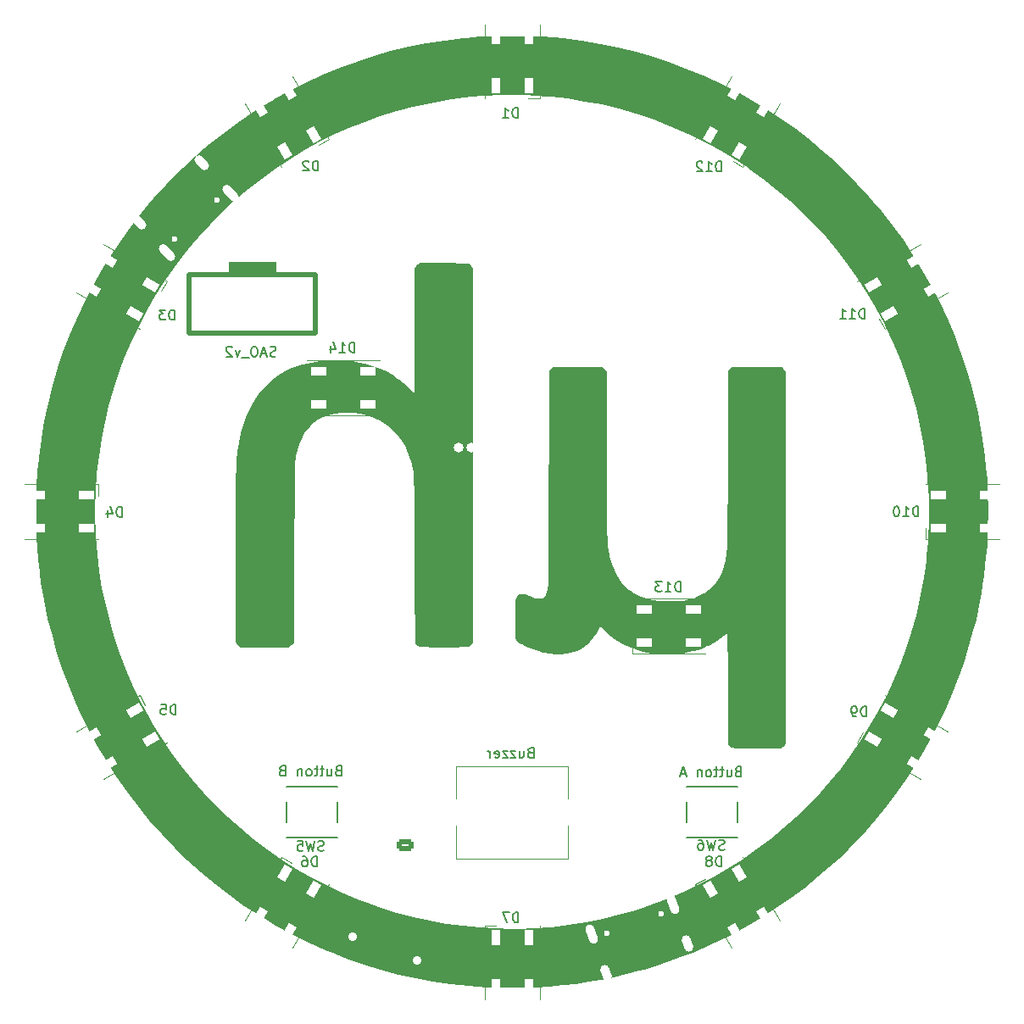
<source format=gbr>
%TF.GenerationSoftware,KiCad,Pcbnew,7.0.3*%
%TF.CreationDate,2023-07-06T16:10:13+02:00*%
%TF.ProjectId,Badge,42616467-652e-46b6-9963-61645f706362,rev?*%
%TF.SameCoordinates,Original*%
%TF.FileFunction,Legend,Bot*%
%TF.FilePolarity,Positive*%
%FSLAX46Y46*%
G04 Gerber Fmt 4.6, Leading zero omitted, Abs format (unit mm)*
G04 Created by KiCad (PCBNEW 7.0.3) date 2023-07-06 16:10:13*
%MOMM*%
%LPD*%
G01*
G04 APERTURE LIST*
G04 Aperture macros list*
%AMRoundRect*
0 Rectangle with rounded corners*
0 $1 Rounding radius*
0 $2 $3 $4 $5 $6 $7 $8 $9 X,Y pos of 4 corners*
0 Add a 4 corners polygon primitive as box body*
4,1,4,$2,$3,$4,$5,$6,$7,$8,$9,$2,$3,0*
0 Add four circle primitives for the rounded corners*
1,1,$1+$1,$2,$3*
1,1,$1+$1,$4,$5*
1,1,$1+$1,$6,$7*
1,1,$1+$1,$8,$9*
0 Add four rect primitives between the rounded corners*
20,1,$1+$1,$2,$3,$4,$5,0*
20,1,$1+$1,$4,$5,$6,$7,0*
20,1,$1+$1,$6,$7,$8,$9,0*
20,1,$1+$1,$8,$9,$2,$3,0*%
%AMHorizOval*
0 Thick line with rounded ends*
0 $1 width*
0 $2 $3 position (X,Y) of the first rounded end (center of the circle)*
0 $4 $5 position (X,Y) of the second rounded end (center of the circle)*
0 Add line between two ends*
20,1,$1,$2,$3,$4,$5,0*
0 Add two circle primitives to create the rounded ends*
1,1,$1,$2,$3*
1,1,$1,$4,$5*%
%AMRotRect*
0 Rectangle, with rotation*
0 The origin of the aperture is its center*
0 $1 length*
0 $2 width*
0 $3 Rotation angle, in degrees counterclockwise*
0 Add horizontal line*
21,1,$1,$2,0,0,$3*%
G04 Aperture macros list end*
%ADD10C,0.150000*%
%ADD11C,0.120000*%
%ADD12C,0.200000*%
%ADD13C,0.500000*%
%ADD14C,0.100000*%
%ADD15O,1.750000X1.200000*%
%ADD16RoundRect,0.250000X-0.625000X0.350000X-0.625000X-0.350000X0.625000X-0.350000X0.625000X0.350000X0*%
%ADD17C,0.600000*%
%ADD18HorizOval,0.900000X0.375099X-0.402245X-0.375099X0.402245X0*%
%ADD19HorizOval,0.900000X0.272799X-0.292541X-0.272799X0.292541X0*%
%ADD20HorizOval,0.900000X-0.136808X0.375877X0.136808X-0.375877X0*%
%ADD21HorizOval,0.900000X-0.188111X0.516831X0.188111X-0.516831X0*%
%ADD22R,1.000000X1.000000*%
%ADD23O,1.000000X1.000000*%
%ADD24C,0.900000*%
%ADD25C,0.310000*%
%ADD26R,1.700000X1.700000*%
%ADD27O,1.700000X1.700000*%
%ADD28RotRect,1.500000X0.900000X30.000000*%
%ADD29RotRect,1.500000X0.900000X300.000000*%
%ADD30RotRect,1.500000X0.900000X240.000000*%
%ADD31RotRect,1.500000X0.900000X330.000000*%
%ADD32RotRect,1.500000X0.900000X120.000000*%
%ADD33R,2.200000X2.200000*%
%ADD34R,0.900000X1.500000*%
%ADD35R,1.500000X0.900000*%
%ADD36RotRect,1.500000X0.900000X150.000000*%
%ADD37R,1.000000X0.750000*%
%ADD38RotRect,1.500000X0.900000X210.000000*%
%ADD39R,1.727200X1.727200*%
%ADD40C,1.727200*%
%ADD41O,1.727200X1.727200*%
%ADD42RotRect,1.500000X0.900000X60.000000*%
G04 APERTURE END LIST*
D10*
%TO.C,D5*%
X66409410Y-120244819D02*
X66409410Y-119244819D01*
X66409410Y-119244819D02*
X66171315Y-119244819D01*
X66171315Y-119244819D02*
X66028458Y-119292438D01*
X66028458Y-119292438D02*
X65933220Y-119387676D01*
X65933220Y-119387676D02*
X65885601Y-119482914D01*
X65885601Y-119482914D02*
X65837982Y-119673390D01*
X65837982Y-119673390D02*
X65837982Y-119816247D01*
X65837982Y-119816247D02*
X65885601Y-120006723D01*
X65885601Y-120006723D02*
X65933220Y-120101961D01*
X65933220Y-120101961D02*
X66028458Y-120197200D01*
X66028458Y-120197200D02*
X66171315Y-120244819D01*
X66171315Y-120244819D02*
X66409410Y-120244819D01*
X64933220Y-119244819D02*
X65409410Y-119244819D01*
X65409410Y-119244819D02*
X65457029Y-119721009D01*
X65457029Y-119721009D02*
X65409410Y-119673390D01*
X65409410Y-119673390D02*
X65314172Y-119625771D01*
X65314172Y-119625771D02*
X65076077Y-119625771D01*
X65076077Y-119625771D02*
X64980839Y-119673390D01*
X64980839Y-119673390D02*
X64933220Y-119721009D01*
X64933220Y-119721009D02*
X64885601Y-119816247D01*
X64885601Y-119816247D02*
X64885601Y-120054342D01*
X64885601Y-120054342D02*
X64933220Y-120149580D01*
X64933220Y-120149580D02*
X64980839Y-120197200D01*
X64980839Y-120197200D02*
X65076077Y-120244819D01*
X65076077Y-120244819D02*
X65314172Y-120244819D01*
X65314172Y-120244819D02*
X65409410Y-120197200D01*
X65409410Y-120197200D02*
X65457029Y-120149580D01*
%TO.C,D2*%
X80639410Y-65914818D02*
X80639410Y-64914818D01*
X80639410Y-64914818D02*
X80401315Y-64914818D01*
X80401315Y-64914818D02*
X80258458Y-64962437D01*
X80258458Y-64962437D02*
X80163220Y-65057675D01*
X80163220Y-65057675D02*
X80115601Y-65152913D01*
X80115601Y-65152913D02*
X80067982Y-65343389D01*
X80067982Y-65343389D02*
X80067982Y-65486246D01*
X80067982Y-65486246D02*
X80115601Y-65676722D01*
X80115601Y-65676722D02*
X80163220Y-65771960D01*
X80163220Y-65771960D02*
X80258458Y-65867199D01*
X80258458Y-65867199D02*
X80401315Y-65914818D01*
X80401315Y-65914818D02*
X80639410Y-65914818D01*
X79687029Y-65010056D02*
X79639410Y-64962437D01*
X79639410Y-64962437D02*
X79544172Y-64914818D01*
X79544172Y-64914818D02*
X79306077Y-64914818D01*
X79306077Y-64914818D02*
X79210839Y-64962437D01*
X79210839Y-64962437D02*
X79163220Y-65010056D01*
X79163220Y-65010056D02*
X79115601Y-65105294D01*
X79115601Y-65105294D02*
X79115601Y-65200532D01*
X79115601Y-65200532D02*
X79163220Y-65343389D01*
X79163220Y-65343389D02*
X79734648Y-65914818D01*
X79734648Y-65914818D02*
X79115601Y-65914818D01*
%TO.C,D12*%
X120895601Y-65994819D02*
X120895601Y-64994819D01*
X120895601Y-64994819D02*
X120657506Y-64994819D01*
X120657506Y-64994819D02*
X120514649Y-65042438D01*
X120514649Y-65042438D02*
X120419411Y-65137676D01*
X120419411Y-65137676D02*
X120371792Y-65232914D01*
X120371792Y-65232914D02*
X120324173Y-65423390D01*
X120324173Y-65423390D02*
X120324173Y-65566247D01*
X120324173Y-65566247D02*
X120371792Y-65756723D01*
X120371792Y-65756723D02*
X120419411Y-65851961D01*
X120419411Y-65851961D02*
X120514649Y-65947200D01*
X120514649Y-65947200D02*
X120657506Y-65994819D01*
X120657506Y-65994819D02*
X120895601Y-65994819D01*
X119371792Y-65994819D02*
X119943220Y-65994819D01*
X119657506Y-65994819D02*
X119657506Y-64994819D01*
X119657506Y-64994819D02*
X119752744Y-65137676D01*
X119752744Y-65137676D02*
X119847982Y-65232914D01*
X119847982Y-65232914D02*
X119943220Y-65280533D01*
X118990839Y-65090057D02*
X118943220Y-65042438D01*
X118943220Y-65042438D02*
X118847982Y-64994819D01*
X118847982Y-64994819D02*
X118609887Y-64994819D01*
X118609887Y-64994819D02*
X118514649Y-65042438D01*
X118514649Y-65042438D02*
X118467030Y-65090057D01*
X118467030Y-65090057D02*
X118419411Y-65185295D01*
X118419411Y-65185295D02*
X118419411Y-65280533D01*
X118419411Y-65280533D02*
X118467030Y-65423390D01*
X118467030Y-65423390D02*
X119038458Y-65994819D01*
X119038458Y-65994819D02*
X118419411Y-65994819D01*
%TO.C,D3*%
X66299410Y-80824819D02*
X66299410Y-79824819D01*
X66299410Y-79824819D02*
X66061315Y-79824819D01*
X66061315Y-79824819D02*
X65918458Y-79872438D01*
X65918458Y-79872438D02*
X65823220Y-79967676D01*
X65823220Y-79967676D02*
X65775601Y-80062914D01*
X65775601Y-80062914D02*
X65727982Y-80253390D01*
X65727982Y-80253390D02*
X65727982Y-80396247D01*
X65727982Y-80396247D02*
X65775601Y-80586723D01*
X65775601Y-80586723D02*
X65823220Y-80681961D01*
X65823220Y-80681961D02*
X65918458Y-80777200D01*
X65918458Y-80777200D02*
X66061315Y-80824819D01*
X66061315Y-80824819D02*
X66299410Y-80824819D01*
X65394648Y-79824819D02*
X64775601Y-79824819D01*
X64775601Y-79824819D02*
X65108934Y-80205771D01*
X65108934Y-80205771D02*
X64966077Y-80205771D01*
X64966077Y-80205771D02*
X64870839Y-80253390D01*
X64870839Y-80253390D02*
X64823220Y-80301009D01*
X64823220Y-80301009D02*
X64775601Y-80396247D01*
X64775601Y-80396247D02*
X64775601Y-80634342D01*
X64775601Y-80634342D02*
X64823220Y-80729580D01*
X64823220Y-80729580D02*
X64870839Y-80777200D01*
X64870839Y-80777200D02*
X64966077Y-80824819D01*
X64966077Y-80824819D02*
X65251791Y-80824819D01*
X65251791Y-80824819D02*
X65347029Y-80777200D01*
X65347029Y-80777200D02*
X65394648Y-80729580D01*
%TO.C,D8*%
X120899410Y-135394819D02*
X120899410Y-134394819D01*
X120899410Y-134394819D02*
X120661315Y-134394819D01*
X120661315Y-134394819D02*
X120518458Y-134442438D01*
X120518458Y-134442438D02*
X120423220Y-134537676D01*
X120423220Y-134537676D02*
X120375601Y-134632914D01*
X120375601Y-134632914D02*
X120327982Y-134823390D01*
X120327982Y-134823390D02*
X120327982Y-134966247D01*
X120327982Y-134966247D02*
X120375601Y-135156723D01*
X120375601Y-135156723D02*
X120423220Y-135251961D01*
X120423220Y-135251961D02*
X120518458Y-135347200D01*
X120518458Y-135347200D02*
X120661315Y-135394819D01*
X120661315Y-135394819D02*
X120899410Y-135394819D01*
X119756553Y-134823390D02*
X119851791Y-134775771D01*
X119851791Y-134775771D02*
X119899410Y-134728152D01*
X119899410Y-134728152D02*
X119947029Y-134632914D01*
X119947029Y-134632914D02*
X119947029Y-134585295D01*
X119947029Y-134585295D02*
X119899410Y-134490057D01*
X119899410Y-134490057D02*
X119851791Y-134442438D01*
X119851791Y-134442438D02*
X119756553Y-134394819D01*
X119756553Y-134394819D02*
X119566077Y-134394819D01*
X119566077Y-134394819D02*
X119470839Y-134442438D01*
X119470839Y-134442438D02*
X119423220Y-134490057D01*
X119423220Y-134490057D02*
X119375601Y-134585295D01*
X119375601Y-134585295D02*
X119375601Y-134632914D01*
X119375601Y-134632914D02*
X119423220Y-134728152D01*
X119423220Y-134728152D02*
X119470839Y-134775771D01*
X119470839Y-134775771D02*
X119566077Y-134823390D01*
X119566077Y-134823390D02*
X119756553Y-134823390D01*
X119756553Y-134823390D02*
X119851791Y-134871009D01*
X119851791Y-134871009D02*
X119899410Y-134918628D01*
X119899410Y-134918628D02*
X119947029Y-135013866D01*
X119947029Y-135013866D02*
X119947029Y-135204342D01*
X119947029Y-135204342D02*
X119899410Y-135299580D01*
X119899410Y-135299580D02*
X119851791Y-135347200D01*
X119851791Y-135347200D02*
X119756553Y-135394819D01*
X119756553Y-135394819D02*
X119566077Y-135394819D01*
X119566077Y-135394819D02*
X119470839Y-135347200D01*
X119470839Y-135347200D02*
X119423220Y-135299580D01*
X119423220Y-135299580D02*
X119375601Y-135204342D01*
X119375601Y-135204342D02*
X119375601Y-135013866D01*
X119375601Y-135013866D02*
X119423220Y-134918628D01*
X119423220Y-134918628D02*
X119470839Y-134871009D01*
X119470839Y-134871009D02*
X119566077Y-134823390D01*
%TO.C,BZ1*%
X101829887Y-124031009D02*
X101687030Y-124078628D01*
X101687030Y-124078628D02*
X101639411Y-124126247D01*
X101639411Y-124126247D02*
X101591792Y-124221485D01*
X101591792Y-124221485D02*
X101591792Y-124364342D01*
X101591792Y-124364342D02*
X101639411Y-124459580D01*
X101639411Y-124459580D02*
X101687030Y-124507200D01*
X101687030Y-124507200D02*
X101782268Y-124554819D01*
X101782268Y-124554819D02*
X102163220Y-124554819D01*
X102163220Y-124554819D02*
X102163220Y-123554819D01*
X102163220Y-123554819D02*
X101829887Y-123554819D01*
X101829887Y-123554819D02*
X101734649Y-123602438D01*
X101734649Y-123602438D02*
X101687030Y-123650057D01*
X101687030Y-123650057D02*
X101639411Y-123745295D01*
X101639411Y-123745295D02*
X101639411Y-123840533D01*
X101639411Y-123840533D02*
X101687030Y-123935771D01*
X101687030Y-123935771D02*
X101734649Y-123983390D01*
X101734649Y-123983390D02*
X101829887Y-124031009D01*
X101829887Y-124031009D02*
X102163220Y-124031009D01*
X100734649Y-123888152D02*
X100734649Y-124554819D01*
X101163220Y-123888152D02*
X101163220Y-124411961D01*
X101163220Y-124411961D02*
X101115601Y-124507200D01*
X101115601Y-124507200D02*
X101020363Y-124554819D01*
X101020363Y-124554819D02*
X100877506Y-124554819D01*
X100877506Y-124554819D02*
X100782268Y-124507200D01*
X100782268Y-124507200D02*
X100734649Y-124459580D01*
X100353696Y-123888152D02*
X99829887Y-123888152D01*
X99829887Y-123888152D02*
X100353696Y-124554819D01*
X100353696Y-124554819D02*
X99829887Y-124554819D01*
X99544172Y-123888152D02*
X99020363Y-123888152D01*
X99020363Y-123888152D02*
X99544172Y-124554819D01*
X99544172Y-124554819D02*
X99020363Y-124554819D01*
X98258458Y-124507200D02*
X98353696Y-124554819D01*
X98353696Y-124554819D02*
X98544172Y-124554819D01*
X98544172Y-124554819D02*
X98639410Y-124507200D01*
X98639410Y-124507200D02*
X98687029Y-124411961D01*
X98687029Y-124411961D02*
X98687029Y-124031009D01*
X98687029Y-124031009D02*
X98639410Y-123935771D01*
X98639410Y-123935771D02*
X98544172Y-123888152D01*
X98544172Y-123888152D02*
X98353696Y-123888152D01*
X98353696Y-123888152D02*
X98258458Y-123935771D01*
X98258458Y-123935771D02*
X98210839Y-124031009D01*
X98210839Y-124031009D02*
X98210839Y-124126247D01*
X98210839Y-124126247D02*
X98687029Y-124221485D01*
X97782267Y-124554819D02*
X97782267Y-123888152D01*
X97782267Y-124078628D02*
X97734648Y-123983390D01*
X97734648Y-123983390D02*
X97687029Y-123935771D01*
X97687029Y-123935771D02*
X97591791Y-123888152D01*
X97591791Y-123888152D02*
X97496553Y-123888152D01*
%TO.C,D1*%
X100579410Y-60634819D02*
X100579410Y-59634819D01*
X100579410Y-59634819D02*
X100341315Y-59634819D01*
X100341315Y-59634819D02*
X100198458Y-59682438D01*
X100198458Y-59682438D02*
X100103220Y-59777676D01*
X100103220Y-59777676D02*
X100055601Y-59872914D01*
X100055601Y-59872914D02*
X100007982Y-60063390D01*
X100007982Y-60063390D02*
X100007982Y-60206247D01*
X100007982Y-60206247D02*
X100055601Y-60396723D01*
X100055601Y-60396723D02*
X100103220Y-60491961D01*
X100103220Y-60491961D02*
X100198458Y-60587200D01*
X100198458Y-60587200D02*
X100341315Y-60634819D01*
X100341315Y-60634819D02*
X100579410Y-60634819D01*
X99055601Y-60634819D02*
X99627029Y-60634819D01*
X99341315Y-60634819D02*
X99341315Y-59634819D01*
X99341315Y-59634819D02*
X99436553Y-59777676D01*
X99436553Y-59777676D02*
X99531791Y-59872914D01*
X99531791Y-59872914D02*
X99627029Y-59920533D01*
%TO.C,D13*%
X116815601Y-107954819D02*
X116815601Y-106954819D01*
X116815601Y-106954819D02*
X116577506Y-106954819D01*
X116577506Y-106954819D02*
X116434649Y-107002438D01*
X116434649Y-107002438D02*
X116339411Y-107097676D01*
X116339411Y-107097676D02*
X116291792Y-107192914D01*
X116291792Y-107192914D02*
X116244173Y-107383390D01*
X116244173Y-107383390D02*
X116244173Y-107526247D01*
X116244173Y-107526247D02*
X116291792Y-107716723D01*
X116291792Y-107716723D02*
X116339411Y-107811961D01*
X116339411Y-107811961D02*
X116434649Y-107907200D01*
X116434649Y-107907200D02*
X116577506Y-107954819D01*
X116577506Y-107954819D02*
X116815601Y-107954819D01*
X115291792Y-107954819D02*
X115863220Y-107954819D01*
X115577506Y-107954819D02*
X115577506Y-106954819D01*
X115577506Y-106954819D02*
X115672744Y-107097676D01*
X115672744Y-107097676D02*
X115767982Y-107192914D01*
X115767982Y-107192914D02*
X115863220Y-107240533D01*
X114958458Y-106954819D02*
X114339411Y-106954819D01*
X114339411Y-106954819D02*
X114672744Y-107335771D01*
X114672744Y-107335771D02*
X114529887Y-107335771D01*
X114529887Y-107335771D02*
X114434649Y-107383390D01*
X114434649Y-107383390D02*
X114387030Y-107431009D01*
X114387030Y-107431009D02*
X114339411Y-107526247D01*
X114339411Y-107526247D02*
X114339411Y-107764342D01*
X114339411Y-107764342D02*
X114387030Y-107859580D01*
X114387030Y-107859580D02*
X114434649Y-107907200D01*
X114434649Y-107907200D02*
X114529887Y-107954819D01*
X114529887Y-107954819D02*
X114815601Y-107954819D01*
X114815601Y-107954819D02*
X114910839Y-107907200D01*
X114910839Y-107907200D02*
X114958458Y-107859580D01*
%TO.C,D9*%
X135399410Y-120434819D02*
X135399410Y-119434819D01*
X135399410Y-119434819D02*
X135161315Y-119434819D01*
X135161315Y-119434819D02*
X135018458Y-119482438D01*
X135018458Y-119482438D02*
X134923220Y-119577676D01*
X134923220Y-119577676D02*
X134875601Y-119672914D01*
X134875601Y-119672914D02*
X134827982Y-119863390D01*
X134827982Y-119863390D02*
X134827982Y-120006247D01*
X134827982Y-120006247D02*
X134875601Y-120196723D01*
X134875601Y-120196723D02*
X134923220Y-120291961D01*
X134923220Y-120291961D02*
X135018458Y-120387200D01*
X135018458Y-120387200D02*
X135161315Y-120434819D01*
X135161315Y-120434819D02*
X135399410Y-120434819D01*
X134351791Y-120434819D02*
X134161315Y-120434819D01*
X134161315Y-120434819D02*
X134066077Y-120387200D01*
X134066077Y-120387200D02*
X134018458Y-120339580D01*
X134018458Y-120339580D02*
X133923220Y-120196723D01*
X133923220Y-120196723D02*
X133875601Y-120006247D01*
X133875601Y-120006247D02*
X133875601Y-119625295D01*
X133875601Y-119625295D02*
X133923220Y-119530057D01*
X133923220Y-119530057D02*
X133970839Y-119482438D01*
X133970839Y-119482438D02*
X134066077Y-119434819D01*
X134066077Y-119434819D02*
X134256553Y-119434819D01*
X134256553Y-119434819D02*
X134351791Y-119482438D01*
X134351791Y-119482438D02*
X134399410Y-119530057D01*
X134399410Y-119530057D02*
X134447029Y-119625295D01*
X134447029Y-119625295D02*
X134447029Y-119863390D01*
X134447029Y-119863390D02*
X134399410Y-119958628D01*
X134399410Y-119958628D02*
X134351791Y-120006247D01*
X134351791Y-120006247D02*
X134256553Y-120053866D01*
X134256553Y-120053866D02*
X134066077Y-120053866D01*
X134066077Y-120053866D02*
X133970839Y-120006247D01*
X133970839Y-120006247D02*
X133923220Y-119958628D01*
X133923220Y-119958628D02*
X133875601Y-119863390D01*
%TO.C,SW6*%
X121202648Y-133707200D02*
X121059791Y-133754819D01*
X121059791Y-133754819D02*
X120821696Y-133754819D01*
X120821696Y-133754819D02*
X120726458Y-133707200D01*
X120726458Y-133707200D02*
X120678839Y-133659580D01*
X120678839Y-133659580D02*
X120631220Y-133564342D01*
X120631220Y-133564342D02*
X120631220Y-133469104D01*
X120631220Y-133469104D02*
X120678839Y-133373866D01*
X120678839Y-133373866D02*
X120726458Y-133326247D01*
X120726458Y-133326247D02*
X120821696Y-133278628D01*
X120821696Y-133278628D02*
X121012172Y-133231009D01*
X121012172Y-133231009D02*
X121107410Y-133183390D01*
X121107410Y-133183390D02*
X121155029Y-133135771D01*
X121155029Y-133135771D02*
X121202648Y-133040533D01*
X121202648Y-133040533D02*
X121202648Y-132945295D01*
X121202648Y-132945295D02*
X121155029Y-132850057D01*
X121155029Y-132850057D02*
X121107410Y-132802438D01*
X121107410Y-132802438D02*
X121012172Y-132754819D01*
X121012172Y-132754819D02*
X120774077Y-132754819D01*
X120774077Y-132754819D02*
X120631220Y-132802438D01*
X120297886Y-132754819D02*
X120059791Y-133754819D01*
X120059791Y-133754819D02*
X119869315Y-133040533D01*
X119869315Y-133040533D02*
X119678839Y-133754819D01*
X119678839Y-133754819D02*
X119440744Y-132754819D01*
X118631220Y-132754819D02*
X118821696Y-132754819D01*
X118821696Y-132754819D02*
X118916934Y-132802438D01*
X118916934Y-132802438D02*
X118964553Y-132850057D01*
X118964553Y-132850057D02*
X119059791Y-132992914D01*
X119059791Y-132992914D02*
X119107410Y-133183390D01*
X119107410Y-133183390D02*
X119107410Y-133564342D01*
X119107410Y-133564342D02*
X119059791Y-133659580D01*
X119059791Y-133659580D02*
X119012172Y-133707200D01*
X119012172Y-133707200D02*
X118916934Y-133754819D01*
X118916934Y-133754819D02*
X118726458Y-133754819D01*
X118726458Y-133754819D02*
X118631220Y-133707200D01*
X118631220Y-133707200D02*
X118583601Y-133659580D01*
X118583601Y-133659580D02*
X118535982Y-133564342D01*
X118535982Y-133564342D02*
X118535982Y-133326247D01*
X118535982Y-133326247D02*
X118583601Y-133231009D01*
X118583601Y-133231009D02*
X118631220Y-133183390D01*
X118631220Y-133183390D02*
X118726458Y-133135771D01*
X118726458Y-133135771D02*
X118916934Y-133135771D01*
X118916934Y-133135771D02*
X119012172Y-133183390D01*
X119012172Y-133183390D02*
X119059791Y-133231009D01*
X119059791Y-133231009D02*
X119107410Y-133326247D01*
X122557983Y-125921009D02*
X122415126Y-125968628D01*
X122415126Y-125968628D02*
X122367507Y-126016247D01*
X122367507Y-126016247D02*
X122319888Y-126111485D01*
X122319888Y-126111485D02*
X122319888Y-126254342D01*
X122319888Y-126254342D02*
X122367507Y-126349580D01*
X122367507Y-126349580D02*
X122415126Y-126397200D01*
X122415126Y-126397200D02*
X122510364Y-126444819D01*
X122510364Y-126444819D02*
X122891316Y-126444819D01*
X122891316Y-126444819D02*
X122891316Y-125444819D01*
X122891316Y-125444819D02*
X122557983Y-125444819D01*
X122557983Y-125444819D02*
X122462745Y-125492438D01*
X122462745Y-125492438D02*
X122415126Y-125540057D01*
X122415126Y-125540057D02*
X122367507Y-125635295D01*
X122367507Y-125635295D02*
X122367507Y-125730533D01*
X122367507Y-125730533D02*
X122415126Y-125825771D01*
X122415126Y-125825771D02*
X122462745Y-125873390D01*
X122462745Y-125873390D02*
X122557983Y-125921009D01*
X122557983Y-125921009D02*
X122891316Y-125921009D01*
X121462745Y-125778152D02*
X121462745Y-126444819D01*
X121891316Y-125778152D02*
X121891316Y-126301961D01*
X121891316Y-126301961D02*
X121843697Y-126397200D01*
X121843697Y-126397200D02*
X121748459Y-126444819D01*
X121748459Y-126444819D02*
X121605602Y-126444819D01*
X121605602Y-126444819D02*
X121510364Y-126397200D01*
X121510364Y-126397200D02*
X121462745Y-126349580D01*
X121129411Y-125778152D02*
X120748459Y-125778152D01*
X120986554Y-125444819D02*
X120986554Y-126301961D01*
X120986554Y-126301961D02*
X120938935Y-126397200D01*
X120938935Y-126397200D02*
X120843697Y-126444819D01*
X120843697Y-126444819D02*
X120748459Y-126444819D01*
X120557982Y-125778152D02*
X120177030Y-125778152D01*
X120415125Y-125444819D02*
X120415125Y-126301961D01*
X120415125Y-126301961D02*
X120367506Y-126397200D01*
X120367506Y-126397200D02*
X120272268Y-126444819D01*
X120272268Y-126444819D02*
X120177030Y-126444819D01*
X119700839Y-126444819D02*
X119796077Y-126397200D01*
X119796077Y-126397200D02*
X119843696Y-126349580D01*
X119843696Y-126349580D02*
X119891315Y-126254342D01*
X119891315Y-126254342D02*
X119891315Y-125968628D01*
X119891315Y-125968628D02*
X119843696Y-125873390D01*
X119843696Y-125873390D02*
X119796077Y-125825771D01*
X119796077Y-125825771D02*
X119700839Y-125778152D01*
X119700839Y-125778152D02*
X119557982Y-125778152D01*
X119557982Y-125778152D02*
X119462744Y-125825771D01*
X119462744Y-125825771D02*
X119415125Y-125873390D01*
X119415125Y-125873390D02*
X119367506Y-125968628D01*
X119367506Y-125968628D02*
X119367506Y-126254342D01*
X119367506Y-126254342D02*
X119415125Y-126349580D01*
X119415125Y-126349580D02*
X119462744Y-126397200D01*
X119462744Y-126397200D02*
X119557982Y-126444819D01*
X119557982Y-126444819D02*
X119700839Y-126444819D01*
X118938934Y-125778152D02*
X118938934Y-126444819D01*
X118938934Y-125873390D02*
X118891315Y-125825771D01*
X118891315Y-125825771D02*
X118796077Y-125778152D01*
X118796077Y-125778152D02*
X118653220Y-125778152D01*
X118653220Y-125778152D02*
X118557982Y-125825771D01*
X118557982Y-125825771D02*
X118510363Y-125921009D01*
X118510363Y-125921009D02*
X118510363Y-126444819D01*
X117319886Y-126159104D02*
X116843696Y-126159104D01*
X117415124Y-126444819D02*
X117081791Y-125444819D01*
X117081791Y-125444819D02*
X116748458Y-126444819D01*
%TO.C,D4*%
X61029410Y-100484819D02*
X61029410Y-99484819D01*
X61029410Y-99484819D02*
X60791315Y-99484819D01*
X60791315Y-99484819D02*
X60648458Y-99532438D01*
X60648458Y-99532438D02*
X60553220Y-99627676D01*
X60553220Y-99627676D02*
X60505601Y-99722914D01*
X60505601Y-99722914D02*
X60457982Y-99913390D01*
X60457982Y-99913390D02*
X60457982Y-100056247D01*
X60457982Y-100056247D02*
X60505601Y-100246723D01*
X60505601Y-100246723D02*
X60553220Y-100341961D01*
X60553220Y-100341961D02*
X60648458Y-100437200D01*
X60648458Y-100437200D02*
X60791315Y-100484819D01*
X60791315Y-100484819D02*
X61029410Y-100484819D01*
X59600839Y-99818152D02*
X59600839Y-100484819D01*
X59838934Y-99437200D02*
X60077029Y-100151485D01*
X60077029Y-100151485D02*
X59457982Y-100151485D01*
%TO.C,SW5*%
X81202648Y-133807200D02*
X81059791Y-133854819D01*
X81059791Y-133854819D02*
X80821696Y-133854819D01*
X80821696Y-133854819D02*
X80726458Y-133807200D01*
X80726458Y-133807200D02*
X80678839Y-133759580D01*
X80678839Y-133759580D02*
X80631220Y-133664342D01*
X80631220Y-133664342D02*
X80631220Y-133569104D01*
X80631220Y-133569104D02*
X80678839Y-133473866D01*
X80678839Y-133473866D02*
X80726458Y-133426247D01*
X80726458Y-133426247D02*
X80821696Y-133378628D01*
X80821696Y-133378628D02*
X81012172Y-133331009D01*
X81012172Y-133331009D02*
X81107410Y-133283390D01*
X81107410Y-133283390D02*
X81155029Y-133235771D01*
X81155029Y-133235771D02*
X81202648Y-133140533D01*
X81202648Y-133140533D02*
X81202648Y-133045295D01*
X81202648Y-133045295D02*
X81155029Y-132950057D01*
X81155029Y-132950057D02*
X81107410Y-132902438D01*
X81107410Y-132902438D02*
X81012172Y-132854819D01*
X81012172Y-132854819D02*
X80774077Y-132854819D01*
X80774077Y-132854819D02*
X80631220Y-132902438D01*
X80297886Y-132854819D02*
X80059791Y-133854819D01*
X80059791Y-133854819D02*
X79869315Y-133140533D01*
X79869315Y-133140533D02*
X79678839Y-133854819D01*
X79678839Y-133854819D02*
X79440744Y-132854819D01*
X78583601Y-132854819D02*
X79059791Y-132854819D01*
X79059791Y-132854819D02*
X79107410Y-133331009D01*
X79107410Y-133331009D02*
X79059791Y-133283390D01*
X79059791Y-133283390D02*
X78964553Y-133235771D01*
X78964553Y-133235771D02*
X78726458Y-133235771D01*
X78726458Y-133235771D02*
X78631220Y-133283390D01*
X78631220Y-133283390D02*
X78583601Y-133331009D01*
X78583601Y-133331009D02*
X78535982Y-133426247D01*
X78535982Y-133426247D02*
X78535982Y-133664342D01*
X78535982Y-133664342D02*
X78583601Y-133759580D01*
X78583601Y-133759580D02*
X78631220Y-133807200D01*
X78631220Y-133807200D02*
X78726458Y-133854819D01*
X78726458Y-133854819D02*
X78964553Y-133854819D01*
X78964553Y-133854819D02*
X79059791Y-133807200D01*
X79059791Y-133807200D02*
X79107410Y-133759580D01*
X82639411Y-125831009D02*
X82496554Y-125878628D01*
X82496554Y-125878628D02*
X82448935Y-125926247D01*
X82448935Y-125926247D02*
X82401316Y-126021485D01*
X82401316Y-126021485D02*
X82401316Y-126164342D01*
X82401316Y-126164342D02*
X82448935Y-126259580D01*
X82448935Y-126259580D02*
X82496554Y-126307200D01*
X82496554Y-126307200D02*
X82591792Y-126354819D01*
X82591792Y-126354819D02*
X82972744Y-126354819D01*
X82972744Y-126354819D02*
X82972744Y-125354819D01*
X82972744Y-125354819D02*
X82639411Y-125354819D01*
X82639411Y-125354819D02*
X82544173Y-125402438D01*
X82544173Y-125402438D02*
X82496554Y-125450057D01*
X82496554Y-125450057D02*
X82448935Y-125545295D01*
X82448935Y-125545295D02*
X82448935Y-125640533D01*
X82448935Y-125640533D02*
X82496554Y-125735771D01*
X82496554Y-125735771D02*
X82544173Y-125783390D01*
X82544173Y-125783390D02*
X82639411Y-125831009D01*
X82639411Y-125831009D02*
X82972744Y-125831009D01*
X81544173Y-125688152D02*
X81544173Y-126354819D01*
X81972744Y-125688152D02*
X81972744Y-126211961D01*
X81972744Y-126211961D02*
X81925125Y-126307200D01*
X81925125Y-126307200D02*
X81829887Y-126354819D01*
X81829887Y-126354819D02*
X81687030Y-126354819D01*
X81687030Y-126354819D02*
X81591792Y-126307200D01*
X81591792Y-126307200D02*
X81544173Y-126259580D01*
X81210839Y-125688152D02*
X80829887Y-125688152D01*
X81067982Y-125354819D02*
X81067982Y-126211961D01*
X81067982Y-126211961D02*
X81020363Y-126307200D01*
X81020363Y-126307200D02*
X80925125Y-126354819D01*
X80925125Y-126354819D02*
X80829887Y-126354819D01*
X80639410Y-125688152D02*
X80258458Y-125688152D01*
X80496553Y-125354819D02*
X80496553Y-126211961D01*
X80496553Y-126211961D02*
X80448934Y-126307200D01*
X80448934Y-126307200D02*
X80353696Y-126354819D01*
X80353696Y-126354819D02*
X80258458Y-126354819D01*
X79782267Y-126354819D02*
X79877505Y-126307200D01*
X79877505Y-126307200D02*
X79925124Y-126259580D01*
X79925124Y-126259580D02*
X79972743Y-126164342D01*
X79972743Y-126164342D02*
X79972743Y-125878628D01*
X79972743Y-125878628D02*
X79925124Y-125783390D01*
X79925124Y-125783390D02*
X79877505Y-125735771D01*
X79877505Y-125735771D02*
X79782267Y-125688152D01*
X79782267Y-125688152D02*
X79639410Y-125688152D01*
X79639410Y-125688152D02*
X79544172Y-125735771D01*
X79544172Y-125735771D02*
X79496553Y-125783390D01*
X79496553Y-125783390D02*
X79448934Y-125878628D01*
X79448934Y-125878628D02*
X79448934Y-126164342D01*
X79448934Y-126164342D02*
X79496553Y-126259580D01*
X79496553Y-126259580D02*
X79544172Y-126307200D01*
X79544172Y-126307200D02*
X79639410Y-126354819D01*
X79639410Y-126354819D02*
X79782267Y-126354819D01*
X79020362Y-125688152D02*
X79020362Y-126354819D01*
X79020362Y-125783390D02*
X78972743Y-125735771D01*
X78972743Y-125735771D02*
X78877505Y-125688152D01*
X78877505Y-125688152D02*
X78734648Y-125688152D01*
X78734648Y-125688152D02*
X78639410Y-125735771D01*
X78639410Y-125735771D02*
X78591791Y-125831009D01*
X78591791Y-125831009D02*
X78591791Y-126354819D01*
X77020362Y-125831009D02*
X76877505Y-125878628D01*
X76877505Y-125878628D02*
X76829886Y-125926247D01*
X76829886Y-125926247D02*
X76782267Y-126021485D01*
X76782267Y-126021485D02*
X76782267Y-126164342D01*
X76782267Y-126164342D02*
X76829886Y-126259580D01*
X76829886Y-126259580D02*
X76877505Y-126307200D01*
X76877505Y-126307200D02*
X76972743Y-126354819D01*
X76972743Y-126354819D02*
X77353695Y-126354819D01*
X77353695Y-126354819D02*
X77353695Y-125354819D01*
X77353695Y-125354819D02*
X77020362Y-125354819D01*
X77020362Y-125354819D02*
X76925124Y-125402438D01*
X76925124Y-125402438D02*
X76877505Y-125450057D01*
X76877505Y-125450057D02*
X76829886Y-125545295D01*
X76829886Y-125545295D02*
X76829886Y-125640533D01*
X76829886Y-125640533D02*
X76877505Y-125735771D01*
X76877505Y-125735771D02*
X76925124Y-125783390D01*
X76925124Y-125783390D02*
X77020362Y-125831009D01*
X77020362Y-125831009D02*
X77353695Y-125831009D01*
%TO.C,D7*%
X100619410Y-140994819D02*
X100619410Y-139994819D01*
X100619410Y-139994819D02*
X100381315Y-139994819D01*
X100381315Y-139994819D02*
X100238458Y-140042438D01*
X100238458Y-140042438D02*
X100143220Y-140137676D01*
X100143220Y-140137676D02*
X100095601Y-140232914D01*
X100095601Y-140232914D02*
X100047982Y-140423390D01*
X100047982Y-140423390D02*
X100047982Y-140566247D01*
X100047982Y-140566247D02*
X100095601Y-140756723D01*
X100095601Y-140756723D02*
X100143220Y-140851961D01*
X100143220Y-140851961D02*
X100238458Y-140947200D01*
X100238458Y-140947200D02*
X100381315Y-140994819D01*
X100381315Y-140994819D02*
X100619410Y-140994819D01*
X99714648Y-139994819D02*
X99047982Y-139994819D01*
X99047982Y-139994819D02*
X99476553Y-140994819D01*
%TO.C,D11*%
X135215601Y-80684818D02*
X135215601Y-79684818D01*
X135215601Y-79684818D02*
X134977506Y-79684818D01*
X134977506Y-79684818D02*
X134834649Y-79732437D01*
X134834649Y-79732437D02*
X134739411Y-79827675D01*
X134739411Y-79827675D02*
X134691792Y-79922913D01*
X134691792Y-79922913D02*
X134644173Y-80113389D01*
X134644173Y-80113389D02*
X134644173Y-80256246D01*
X134644173Y-80256246D02*
X134691792Y-80446722D01*
X134691792Y-80446722D02*
X134739411Y-80541960D01*
X134739411Y-80541960D02*
X134834649Y-80637199D01*
X134834649Y-80637199D02*
X134977506Y-80684818D01*
X134977506Y-80684818D02*
X135215601Y-80684818D01*
X133691792Y-80684818D02*
X134263220Y-80684818D01*
X133977506Y-80684818D02*
X133977506Y-79684818D01*
X133977506Y-79684818D02*
X134072744Y-79827675D01*
X134072744Y-79827675D02*
X134167982Y-79922913D01*
X134167982Y-79922913D02*
X134263220Y-79970532D01*
X132739411Y-80684818D02*
X133310839Y-80684818D01*
X133025125Y-80684818D02*
X133025125Y-79684818D01*
X133025125Y-79684818D02*
X133120363Y-79827675D01*
X133120363Y-79827675D02*
X133215601Y-79922913D01*
X133215601Y-79922913D02*
X133310839Y-79970532D01*
%TO.C,X1*%
X76397506Y-84437200D02*
X76254649Y-84484819D01*
X76254649Y-84484819D02*
X76016554Y-84484819D01*
X76016554Y-84484819D02*
X75921316Y-84437200D01*
X75921316Y-84437200D02*
X75873697Y-84389580D01*
X75873697Y-84389580D02*
X75826078Y-84294342D01*
X75826078Y-84294342D02*
X75826078Y-84199104D01*
X75826078Y-84199104D02*
X75873697Y-84103866D01*
X75873697Y-84103866D02*
X75921316Y-84056247D01*
X75921316Y-84056247D02*
X76016554Y-84008628D01*
X76016554Y-84008628D02*
X76207030Y-83961009D01*
X76207030Y-83961009D02*
X76302268Y-83913390D01*
X76302268Y-83913390D02*
X76349887Y-83865771D01*
X76349887Y-83865771D02*
X76397506Y-83770533D01*
X76397506Y-83770533D02*
X76397506Y-83675295D01*
X76397506Y-83675295D02*
X76349887Y-83580057D01*
X76349887Y-83580057D02*
X76302268Y-83532438D01*
X76302268Y-83532438D02*
X76207030Y-83484819D01*
X76207030Y-83484819D02*
X75968935Y-83484819D01*
X75968935Y-83484819D02*
X75826078Y-83532438D01*
X75445125Y-84199104D02*
X74968935Y-84199104D01*
X75540363Y-84484819D02*
X75207030Y-83484819D01*
X75207030Y-83484819D02*
X74873697Y-84484819D01*
X74349887Y-83484819D02*
X74159411Y-83484819D01*
X74159411Y-83484819D02*
X74064173Y-83532438D01*
X74064173Y-83532438D02*
X73968935Y-83627676D01*
X73968935Y-83627676D02*
X73921316Y-83818152D01*
X73921316Y-83818152D02*
X73921316Y-84151485D01*
X73921316Y-84151485D02*
X73968935Y-84341961D01*
X73968935Y-84341961D02*
X74064173Y-84437200D01*
X74064173Y-84437200D02*
X74159411Y-84484819D01*
X74159411Y-84484819D02*
X74349887Y-84484819D01*
X74349887Y-84484819D02*
X74445125Y-84437200D01*
X74445125Y-84437200D02*
X74540363Y-84341961D01*
X74540363Y-84341961D02*
X74587982Y-84151485D01*
X74587982Y-84151485D02*
X74587982Y-83818152D01*
X74587982Y-83818152D02*
X74540363Y-83627676D01*
X74540363Y-83627676D02*
X74445125Y-83532438D01*
X74445125Y-83532438D02*
X74349887Y-83484819D01*
X73730840Y-84580057D02*
X72968935Y-84580057D01*
X72826077Y-83818152D02*
X72587982Y-84484819D01*
X72587982Y-84484819D02*
X72349887Y-83818152D01*
X72016553Y-83580057D02*
X71968934Y-83532438D01*
X71968934Y-83532438D02*
X71873696Y-83484819D01*
X71873696Y-83484819D02*
X71635601Y-83484819D01*
X71635601Y-83484819D02*
X71540363Y-83532438D01*
X71540363Y-83532438D02*
X71492744Y-83580057D01*
X71492744Y-83580057D02*
X71445125Y-83675295D01*
X71445125Y-83675295D02*
X71445125Y-83770533D01*
X71445125Y-83770533D02*
X71492744Y-83913390D01*
X71492744Y-83913390D02*
X72064172Y-84484819D01*
X72064172Y-84484819D02*
X71445125Y-84484819D01*
%TO.C,D10*%
X140575601Y-100444819D02*
X140575601Y-99444819D01*
X140575601Y-99444819D02*
X140337506Y-99444819D01*
X140337506Y-99444819D02*
X140194649Y-99492438D01*
X140194649Y-99492438D02*
X140099411Y-99587676D01*
X140099411Y-99587676D02*
X140051792Y-99682914D01*
X140051792Y-99682914D02*
X140004173Y-99873390D01*
X140004173Y-99873390D02*
X140004173Y-100016247D01*
X140004173Y-100016247D02*
X140051792Y-100206723D01*
X140051792Y-100206723D02*
X140099411Y-100301961D01*
X140099411Y-100301961D02*
X140194649Y-100397200D01*
X140194649Y-100397200D02*
X140337506Y-100444819D01*
X140337506Y-100444819D02*
X140575601Y-100444819D01*
X139051792Y-100444819D02*
X139623220Y-100444819D01*
X139337506Y-100444819D02*
X139337506Y-99444819D01*
X139337506Y-99444819D02*
X139432744Y-99587676D01*
X139432744Y-99587676D02*
X139527982Y-99682914D01*
X139527982Y-99682914D02*
X139623220Y-99730533D01*
X138432744Y-99444819D02*
X138337506Y-99444819D01*
X138337506Y-99444819D02*
X138242268Y-99492438D01*
X138242268Y-99492438D02*
X138194649Y-99540057D01*
X138194649Y-99540057D02*
X138147030Y-99635295D01*
X138147030Y-99635295D02*
X138099411Y-99825771D01*
X138099411Y-99825771D02*
X138099411Y-100063866D01*
X138099411Y-100063866D02*
X138147030Y-100254342D01*
X138147030Y-100254342D02*
X138194649Y-100349580D01*
X138194649Y-100349580D02*
X138242268Y-100397200D01*
X138242268Y-100397200D02*
X138337506Y-100444819D01*
X138337506Y-100444819D02*
X138432744Y-100444819D01*
X138432744Y-100444819D02*
X138527982Y-100397200D01*
X138527982Y-100397200D02*
X138575601Y-100349580D01*
X138575601Y-100349580D02*
X138623220Y-100254342D01*
X138623220Y-100254342D02*
X138670839Y-100063866D01*
X138670839Y-100063866D02*
X138670839Y-99825771D01*
X138670839Y-99825771D02*
X138623220Y-99635295D01*
X138623220Y-99635295D02*
X138575601Y-99540057D01*
X138575601Y-99540057D02*
X138527982Y-99492438D01*
X138527982Y-99492438D02*
X138432744Y-99444819D01*
%TO.C,D6*%
X80529410Y-135404819D02*
X80529410Y-134404819D01*
X80529410Y-134404819D02*
X80291315Y-134404819D01*
X80291315Y-134404819D02*
X80148458Y-134452438D01*
X80148458Y-134452438D02*
X80053220Y-134547676D01*
X80053220Y-134547676D02*
X80005601Y-134642914D01*
X80005601Y-134642914D02*
X79957982Y-134833390D01*
X79957982Y-134833390D02*
X79957982Y-134976247D01*
X79957982Y-134976247D02*
X80005601Y-135166723D01*
X80005601Y-135166723D02*
X80053220Y-135261961D01*
X80053220Y-135261961D02*
X80148458Y-135357200D01*
X80148458Y-135357200D02*
X80291315Y-135404819D01*
X80291315Y-135404819D02*
X80529410Y-135404819D01*
X79100839Y-134404819D02*
X79291315Y-134404819D01*
X79291315Y-134404819D02*
X79386553Y-134452438D01*
X79386553Y-134452438D02*
X79434172Y-134500057D01*
X79434172Y-134500057D02*
X79529410Y-134642914D01*
X79529410Y-134642914D02*
X79577029Y-134833390D01*
X79577029Y-134833390D02*
X79577029Y-135214342D01*
X79577029Y-135214342D02*
X79529410Y-135309580D01*
X79529410Y-135309580D02*
X79481791Y-135357200D01*
X79481791Y-135357200D02*
X79386553Y-135404819D01*
X79386553Y-135404819D02*
X79196077Y-135404819D01*
X79196077Y-135404819D02*
X79100839Y-135357200D01*
X79100839Y-135357200D02*
X79053220Y-135309580D01*
X79053220Y-135309580D02*
X79005601Y-135214342D01*
X79005601Y-135214342D02*
X79005601Y-134976247D01*
X79005601Y-134976247D02*
X79053220Y-134881009D01*
X79053220Y-134881009D02*
X79100839Y-134833390D01*
X79100839Y-134833390D02*
X79196077Y-134785771D01*
X79196077Y-134785771D02*
X79386553Y-134785771D01*
X79386553Y-134785771D02*
X79481791Y-134833390D01*
X79481791Y-134833390D02*
X79529410Y-134881009D01*
X79529410Y-134881009D02*
X79577029Y-134976247D01*
%TO.C,D14*%
X84285601Y-84054819D02*
X84285601Y-83054819D01*
X84285601Y-83054819D02*
X84047506Y-83054819D01*
X84047506Y-83054819D02*
X83904649Y-83102438D01*
X83904649Y-83102438D02*
X83809411Y-83197676D01*
X83809411Y-83197676D02*
X83761792Y-83292914D01*
X83761792Y-83292914D02*
X83714173Y-83483390D01*
X83714173Y-83483390D02*
X83714173Y-83626247D01*
X83714173Y-83626247D02*
X83761792Y-83816723D01*
X83761792Y-83816723D02*
X83809411Y-83911961D01*
X83809411Y-83911961D02*
X83904649Y-84007200D01*
X83904649Y-84007200D02*
X84047506Y-84054819D01*
X84047506Y-84054819D02*
X84285601Y-84054819D01*
X82761792Y-84054819D02*
X83333220Y-84054819D01*
X83047506Y-84054819D02*
X83047506Y-83054819D01*
X83047506Y-83054819D02*
X83142744Y-83197676D01*
X83142744Y-83197676D02*
X83237982Y-83292914D01*
X83237982Y-83292914D02*
X83333220Y-83340533D01*
X81904649Y-83388152D02*
X81904649Y-84054819D01*
X82142744Y-83007200D02*
X82380839Y-83721485D01*
X82380839Y-83721485D02*
X81761792Y-83721485D01*
D11*
%TO.C,D5*%
X56464007Y-121943430D02*
X62785993Y-118293430D01*
X59214007Y-126706570D02*
X65535993Y-123056570D01*
X62785993Y-118293430D02*
X63360993Y-119289359D01*
%TO.C,D2*%
X78056570Y-56464007D02*
X81706570Y-62785993D01*
X73293430Y-59214007D02*
X76943430Y-65535993D01*
X81706570Y-62785993D02*
X80710641Y-63360993D01*
%TO.C,D12*%
X126706570Y-59214007D02*
X123056570Y-65535993D01*
X121943430Y-56464007D02*
X118293430Y-62785993D01*
X123056570Y-65535993D02*
X122060641Y-64960993D01*
%TO.C,D3*%
X59214007Y-73293430D02*
X65535993Y-76943430D01*
X56464007Y-78056570D02*
X62785993Y-81706570D01*
X65535993Y-76943430D02*
X64960993Y-77939359D01*
%TO.C,D8*%
X121943430Y-143535993D02*
X118293430Y-137214007D01*
X126706570Y-140785993D02*
X123056570Y-134464007D01*
X118293430Y-137214007D02*
X119289359Y-136639007D01*
%TO.C,BZ1*%
X105600000Y-134600000D02*
X105600000Y-131350000D01*
X105600000Y-128650000D02*
X105600000Y-125400000D01*
X105600000Y-125400000D02*
X94400000Y-125400000D01*
X94400000Y-134600000D02*
X105600000Y-134600000D01*
X94400000Y-131350000D02*
X94400000Y-134600000D01*
X94400000Y-125400000D02*
X94400000Y-128650000D01*
%TO.C,D1*%
X102750000Y-51350000D02*
X102750000Y-58650000D01*
X97250000Y-51350000D02*
X97250000Y-58650000D01*
X102750000Y-58650000D02*
X101600000Y-58650000D01*
%TO.C,D13*%
X119290000Y-114180000D02*
X111990000Y-114180000D01*
X119290000Y-108680000D02*
X111990000Y-108680000D01*
X111990000Y-114180000D02*
X111990000Y-113030000D01*
%TO.C,D9*%
X140785993Y-126706570D02*
X134464007Y-123056570D01*
X143535993Y-121943430D02*
X137214007Y-118293430D01*
X134464007Y-123056570D02*
X135039007Y-122060641D01*
D12*
%TO.C,SW6*%
X122550000Y-132550000D02*
X117450000Y-132550000D01*
X122550000Y-129000000D02*
X122550000Y-131000000D01*
X122550000Y-127450000D02*
X117450000Y-127450000D01*
X117450000Y-129000000D02*
X117450000Y-131000000D01*
D11*
%TO.C,D4*%
X51350000Y-97250000D02*
X58650000Y-97250000D01*
X51350000Y-102750000D02*
X58650000Y-102750000D01*
X58650000Y-97250000D02*
X58650000Y-98400000D01*
D12*
%TO.C,SW5*%
X82550000Y-132550000D02*
X77450000Y-132550000D01*
X82550000Y-129000000D02*
X82550000Y-131000000D01*
X82550000Y-127450000D02*
X77450000Y-127450000D01*
X77450000Y-129000000D02*
X77450000Y-131000000D01*
D11*
%TO.C,D7*%
X97250000Y-148650000D02*
X97250000Y-141350000D01*
X102750000Y-148650000D02*
X102750000Y-141350000D01*
X97250000Y-141350000D02*
X98400000Y-141350000D01*
%TO.C,D11*%
X143535993Y-78056570D02*
X137214007Y-81706570D01*
X140785993Y-73293430D02*
X134464007Y-76943430D01*
X137214007Y-81706570D02*
X136639007Y-80710641D01*
D13*
%TO.C,X1*%
X80350000Y-82160000D02*
X80350000Y-76260000D01*
X80350000Y-76260000D02*
X67750000Y-76260000D01*
X67750000Y-82160000D02*
X80350000Y-82160000D01*
X67750000Y-76260000D02*
X67750000Y-82160000D01*
D14*
X76399500Y-76149300D02*
X71700500Y-76149300D01*
X71700500Y-75006300D01*
X76399500Y-75006300D01*
X76399500Y-76149300D01*
G36*
X76399500Y-76149300D02*
G01*
X71700500Y-76149300D01*
X71700500Y-75006300D01*
X76399500Y-75006300D01*
X76399500Y-76149300D01*
G37*
D11*
%TO.C,D10*%
X148650000Y-102750000D02*
X141350000Y-102750000D01*
X148650000Y-97250000D02*
X141350000Y-97250000D01*
X141350000Y-102750000D02*
X141350000Y-101600000D01*
%TO.C,D6*%
X73293430Y-140785993D02*
X76943430Y-134464007D01*
X78056570Y-143535993D02*
X81706570Y-137214007D01*
X76943430Y-134464007D02*
X77939359Y-135039007D01*
%TO.C,D14*%
X86820000Y-90360000D02*
X79520000Y-90360000D01*
X86820000Y-84860000D02*
X79520000Y-84860000D01*
X79520000Y-90360000D02*
X79520000Y-89210000D01*
%TO.C,G\u002A\u002A\u002A*%
G36*
X93240777Y-75150258D02*
G01*
X95663800Y-75159233D01*
X95802425Y-75270821D01*
X95841807Y-75303287D01*
X95966547Y-75425550D01*
X96047106Y-75552322D01*
X96094580Y-75705876D01*
X96120065Y-75908488D01*
X96120346Y-75913499D01*
X96121753Y-75981726D01*
X96123095Y-76119502D01*
X96124372Y-76324641D01*
X96125581Y-76594959D01*
X96126722Y-76928271D01*
X96127792Y-77322391D01*
X96128791Y-77775135D01*
X96129717Y-78284317D01*
X96130568Y-78847753D01*
X96131344Y-79463258D01*
X96132042Y-80128647D01*
X96132661Y-80841734D01*
X96133201Y-81600336D01*
X96133659Y-82402266D01*
X96134034Y-83245340D01*
X96134324Y-84127373D01*
X96134529Y-85046179D01*
X96134646Y-85999575D01*
X96134675Y-86985375D01*
X96134614Y-88001393D01*
X96134461Y-89045446D01*
X96134215Y-90115348D01*
X96133875Y-91208914D01*
X96133438Y-92323959D01*
X96132905Y-93458298D01*
X96132273Y-94609746D01*
X96121448Y-113013952D01*
X95986661Y-113186957D01*
X95967912Y-113210834D01*
X95858427Y-113337501D01*
X95760506Y-113417694D01*
X95652770Y-113465305D01*
X95513841Y-113494228D01*
X95510065Y-113494737D01*
X95434462Y-113499555D01*
X95294188Y-113503933D01*
X95096043Y-113507808D01*
X94846829Y-113511116D01*
X94553346Y-113513795D01*
X94222393Y-113515781D01*
X93860772Y-113517011D01*
X93475283Y-113517421D01*
X93072727Y-113516948D01*
X92639792Y-113516072D01*
X92231721Y-113515191D01*
X91885063Y-113513851D01*
X91594211Y-113511496D01*
X91353561Y-113507574D01*
X91157507Y-113501531D01*
X91000444Y-113492813D01*
X90876767Y-113480866D01*
X90780870Y-113465137D01*
X90707150Y-113445072D01*
X90650000Y-113420117D01*
X90603815Y-113389718D01*
X90562990Y-113353322D01*
X90521920Y-113310375D01*
X90475000Y-113260323D01*
X90348721Y-113128979D01*
X90322192Y-112400356D01*
X90320297Y-112332841D01*
X90317358Y-112177310D01*
X90314182Y-111956007D01*
X90310798Y-111672694D01*
X90307234Y-111331135D01*
X90303518Y-110935093D01*
X90299677Y-110488330D01*
X90295738Y-109994611D01*
X90291731Y-109457696D01*
X90287683Y-108881351D01*
X90283621Y-108269337D01*
X90279573Y-107625418D01*
X90275568Y-106953357D01*
X90271633Y-106256917D01*
X90267796Y-105539860D01*
X90264084Y-104805950D01*
X90260526Y-104058949D01*
X90258994Y-103725496D01*
X90255097Y-102864689D01*
X90251527Y-102071780D01*
X90248186Y-101343653D01*
X90244977Y-100677192D01*
X90241803Y-100069281D01*
X90238566Y-99516805D01*
X90235169Y-99016646D01*
X90231514Y-98565688D01*
X90227503Y-98160817D01*
X90223040Y-97798915D01*
X90218026Y-97476866D01*
X90212364Y-97191555D01*
X90205958Y-96939865D01*
X90198708Y-96718680D01*
X90190518Y-96524884D01*
X90181290Y-96355361D01*
X90170927Y-96206995D01*
X90159332Y-96076670D01*
X90146406Y-95961269D01*
X90132052Y-95857677D01*
X90116173Y-95762777D01*
X90098671Y-95673454D01*
X90079450Y-95586591D01*
X90058410Y-95499073D01*
X90035455Y-95407782D01*
X90010488Y-95309604D01*
X89983410Y-95201421D01*
X89857789Y-94743240D01*
X89619303Y-94064694D01*
X89330686Y-93437662D01*
X88991668Y-92861647D01*
X88601977Y-92336152D01*
X88161342Y-91860680D01*
X87827845Y-91560643D01*
X87307842Y-91171744D01*
X86750719Y-90843633D01*
X86155821Y-90576069D01*
X85522491Y-90368812D01*
X84850076Y-90221621D01*
X84137920Y-90134256D01*
X83385369Y-90106477D01*
X82899343Y-90123668D01*
X82351781Y-90183374D01*
X81836296Y-90283858D01*
X81360943Y-90423113D01*
X80933778Y-90599131D01*
X80562858Y-90809904D01*
X80470784Y-90874840D01*
X80263388Y-91039016D01*
X80043032Y-91232742D01*
X79828073Y-91438786D01*
X79636870Y-91639920D01*
X79487782Y-91818912D01*
X79454908Y-91863387D01*
X79200659Y-92262408D01*
X78970664Y-92725239D01*
X78766618Y-93247604D01*
X78590216Y-93825229D01*
X78443153Y-94453837D01*
X78420484Y-94572338D01*
X78384600Y-94799976D01*
X78356666Y-95045495D01*
X78334796Y-95326978D01*
X78317107Y-95662502D01*
X78315673Y-95702114D01*
X78312420Y-95839942D01*
X78309041Y-96044725D01*
X78305559Y-96312886D01*
X78301996Y-96640849D01*
X78298375Y-97025038D01*
X78294721Y-97461878D01*
X78291055Y-97947791D01*
X78287400Y-98479203D01*
X78283780Y-99052537D01*
X78280218Y-99664216D01*
X78276737Y-100310666D01*
X78273359Y-100988310D01*
X78270108Y-101693571D01*
X78267007Y-102422875D01*
X78264078Y-103172644D01*
X78261346Y-103939304D01*
X78258832Y-104719277D01*
X78233473Y-113028468D01*
X78131031Y-113169886D01*
X78079318Y-113230248D01*
X77964150Y-113333669D01*
X77838655Y-113420228D01*
X77648721Y-113529153D01*
X75281679Y-113529491D01*
X72914638Y-113529830D01*
X72751543Y-113405298D01*
X72695004Y-113357515D01*
X72581048Y-113238438D01*
X72493798Y-113119257D01*
X72399147Y-112957748D01*
X72399736Y-104810195D01*
X72399836Y-104084192D01*
X72400146Y-103143353D01*
X72400684Y-102269690D01*
X72401488Y-101460315D01*
X72402591Y-100712341D01*
X72404030Y-100022878D01*
X72405838Y-99389039D01*
X72408052Y-98807935D01*
X72410707Y-98276679D01*
X72413837Y-97792382D01*
X72417477Y-97352157D01*
X72421663Y-96953115D01*
X72426431Y-96592368D01*
X72431814Y-96267027D01*
X72437848Y-95974206D01*
X72444569Y-95711015D01*
X72452011Y-95474567D01*
X72460210Y-95261973D01*
X72469200Y-95070346D01*
X72479018Y-94896797D01*
X72489697Y-94738437D01*
X72501273Y-94592380D01*
X72513782Y-94455737D01*
X72527257Y-94325620D01*
X72567215Y-93989387D01*
X72712877Y-93059449D01*
X72904995Y-92172383D01*
X73142514Y-91332102D01*
X73424373Y-90542513D01*
X73749517Y-89807529D01*
X74070645Y-89203949D01*
X74499277Y-88527642D01*
X74973087Y-87907538D01*
X75491849Y-87343786D01*
X76055335Y-86836537D01*
X76663319Y-86385939D01*
X77315574Y-85992142D01*
X78011872Y-85655296D01*
X78751987Y-85375549D01*
X79535692Y-85153052D01*
X80362760Y-84987953D01*
X81232963Y-84880402D01*
X81244334Y-84879418D01*
X81465509Y-84865652D01*
X81736530Y-84856761D01*
X82043847Y-84852499D01*
X82373910Y-84852620D01*
X82713167Y-84856881D01*
X83048068Y-84865036D01*
X83365062Y-84876841D01*
X83650599Y-84892052D01*
X83891127Y-84910422D01*
X84073096Y-84931707D01*
X84412773Y-84988157D01*
X85275701Y-85174918D01*
X86093532Y-85416919D01*
X86865686Y-85713947D01*
X87591580Y-86065789D01*
X88270631Y-86472231D01*
X88579034Y-86682976D01*
X88873462Y-86900279D01*
X89161384Y-87131564D01*
X89460175Y-87390807D01*
X89787211Y-87691982D01*
X90246642Y-88124731D01*
X90270622Y-84332953D01*
X90270688Y-84322516D01*
X90274211Y-83737749D01*
X90277577Y-83126952D01*
X90280748Y-82499944D01*
X90283688Y-81866542D01*
X90286358Y-81236567D01*
X90288720Y-80619836D01*
X90290737Y-80026168D01*
X90292371Y-79465383D01*
X90293585Y-78947298D01*
X90294341Y-78481733D01*
X90294602Y-78078506D01*
X90294602Y-75615837D01*
X90413538Y-75459901D01*
X90455988Y-75409168D01*
X90566634Y-75301927D01*
X90675115Y-75222624D01*
X90817755Y-75141283D01*
X93240777Y-75150258D01*
G37*
G36*
X127047780Y-85625420D02*
G01*
X127104833Y-85676895D01*
X127205938Y-85789079D01*
X127276993Y-85894579D01*
X127282161Y-85905262D01*
X127287206Y-85918068D01*
X127291988Y-85934556D01*
X127296513Y-85956578D01*
X127300790Y-85985984D01*
X127304824Y-86024625D01*
X127308623Y-86074352D01*
X127312194Y-86137015D01*
X127315544Y-86214466D01*
X127318680Y-86308554D01*
X127321610Y-86421131D01*
X127324339Y-86554047D01*
X127326876Y-86709153D01*
X127329227Y-86888300D01*
X127331399Y-87093338D01*
X127333400Y-87326119D01*
X127335236Y-87588492D01*
X127336915Y-87882309D01*
X127338444Y-88209420D01*
X127339829Y-88571676D01*
X127341078Y-88970927D01*
X127342197Y-89409025D01*
X127343195Y-89887820D01*
X127344077Y-90409163D01*
X127344851Y-90974904D01*
X127345524Y-91586894D01*
X127346104Y-92246984D01*
X127346596Y-92957025D01*
X127347008Y-93718868D01*
X127347348Y-94534362D01*
X127347622Y-95405359D01*
X127347837Y-96333709D01*
X127348001Y-97321263D01*
X127348120Y-98369873D01*
X127348202Y-99481388D01*
X127348253Y-100657659D01*
X127348281Y-101900537D01*
X127348293Y-103211873D01*
X127348295Y-104593517D01*
X127348295Y-123152692D01*
X127220382Y-123320215D01*
X127165213Y-123385447D01*
X127058022Y-123488249D01*
X126958805Y-123559001D01*
X126940844Y-123568214D01*
X126910603Y-123581060D01*
X126873271Y-123591956D01*
X126823428Y-123601041D01*
X126755650Y-123608449D01*
X126664514Y-123614318D01*
X126544599Y-123618782D01*
X126390483Y-123621979D01*
X126196742Y-123624044D01*
X125957954Y-123625114D01*
X125668698Y-123625324D01*
X125323550Y-123624812D01*
X124917089Y-123623713D01*
X124443892Y-123622164D01*
X124271456Y-123621599D01*
X123812092Y-123620197D01*
X123417597Y-123618772D01*
X123082538Y-123616808D01*
X122801480Y-123613784D01*
X122568991Y-123609185D01*
X122379635Y-123602492D01*
X122227979Y-123593187D01*
X122108590Y-123580753D01*
X122016034Y-123564672D01*
X121944876Y-123544426D01*
X121889683Y-123519497D01*
X121845022Y-123489368D01*
X121805458Y-123453521D01*
X121765557Y-123411437D01*
X121719886Y-123362600D01*
X121593608Y-123231258D01*
X121565587Y-117686856D01*
X121565147Y-117600535D01*
X121561596Y-116948539D01*
X121557781Y-116322215D01*
X121553742Y-115725140D01*
X121549518Y-115160890D01*
X121545146Y-114633040D01*
X121540666Y-114145166D01*
X121536115Y-113700844D01*
X121531533Y-113303650D01*
X121526957Y-112957160D01*
X121522427Y-112664949D01*
X121517981Y-112430594D01*
X121513657Y-112257670D01*
X121509495Y-112149753D01*
X121505531Y-112110418D01*
X121467024Y-112119373D01*
X121384179Y-112170636D01*
X121266267Y-112258033D01*
X121122425Y-112375251D01*
X120842714Y-112601092D01*
X120464069Y-112870821D01*
X120060794Y-113115638D01*
X119609233Y-113350794D01*
X119481522Y-113411887D01*
X119033542Y-113607423D01*
X118588286Y-113769823D01*
X118127234Y-113904683D01*
X117631867Y-114017602D01*
X117083664Y-114114177D01*
X117008360Y-114124971D01*
X116734499Y-114153867D01*
X116410432Y-114175934D01*
X116051406Y-114191082D01*
X115672668Y-114199224D01*
X115289462Y-114200274D01*
X114917037Y-114194142D01*
X114570638Y-114180743D01*
X114265511Y-114159987D01*
X114016903Y-114131788D01*
X113877840Y-114110327D01*
X113109310Y-113959266D01*
X112390414Y-113759405D01*
X111716073Y-113508356D01*
X111081205Y-113203732D01*
X110480731Y-112843146D01*
X109909570Y-112424209D01*
X109362642Y-111944535D01*
X109233892Y-111822366D01*
X109103851Y-111699796D01*
X108995874Y-111598864D01*
X108925004Y-111533690D01*
X108812082Y-111432025D01*
X108639356Y-111750317D01*
X108429042Y-112115345D01*
X108126636Y-112563550D01*
X107806293Y-112948543D01*
X107461817Y-113275310D01*
X107087009Y-113548836D01*
X106675670Y-113774108D01*
X106221602Y-113956112D01*
X105718608Y-114099833D01*
X105713414Y-114101070D01*
X105572957Y-114133132D01*
X105449296Y-114156922D01*
X105327606Y-114173652D01*
X105193062Y-114184532D01*
X105030840Y-114190775D01*
X104826115Y-114193593D01*
X104564062Y-114194197D01*
X104334815Y-114193558D01*
X104117694Y-114190656D01*
X103943336Y-114184227D01*
X103795836Y-114173002D01*
X103659284Y-114155714D01*
X103517773Y-114131096D01*
X103355397Y-114097879D01*
X103050944Y-114025387D01*
X102690211Y-113922853D01*
X102322105Y-113802734D01*
X101957785Y-113669581D01*
X101608408Y-113527945D01*
X101285134Y-113382374D01*
X100999119Y-113237420D01*
X100761523Y-113097632D01*
X100583504Y-112967561D01*
X100546180Y-112936056D01*
X100492518Y-112890388D01*
X100447509Y-112846769D01*
X100410355Y-112799014D01*
X100380259Y-112740941D01*
X100356423Y-112666365D01*
X100338050Y-112569104D01*
X100324342Y-112442973D01*
X100314502Y-112281790D01*
X100307733Y-112079371D01*
X100303236Y-111829532D01*
X100300215Y-111526091D01*
X100297872Y-111162863D01*
X100295410Y-110733665D01*
X100293760Y-110413061D01*
X100292670Y-109980608D01*
X100293348Y-109616005D01*
X100295834Y-109316660D01*
X100300163Y-109079979D01*
X100306374Y-108903369D01*
X100314503Y-108784236D01*
X100324590Y-108719988D01*
X100377771Y-108603190D01*
X100479997Y-108459203D01*
X100605523Y-108329109D01*
X100732732Y-108238415D01*
X100769621Y-108220509D01*
X100849107Y-108192115D01*
X100935505Y-108179184D01*
X101037306Y-108183559D01*
X101163003Y-108207081D01*
X101321086Y-108251592D01*
X101520048Y-108318934D01*
X101768380Y-108410950D01*
X102074573Y-108529482D01*
X102117760Y-108546251D01*
X102278749Y-108603598D01*
X102411160Y-108637297D01*
X102544843Y-108653384D01*
X102709650Y-108657894D01*
X102725360Y-108657940D01*
X102882131Y-108655118D01*
X102989811Y-108643311D01*
X103069577Y-108618558D01*
X103142604Y-108576897D01*
X103247194Y-108481175D01*
X103363564Y-108304642D01*
X103463708Y-108069423D01*
X103544062Y-107782570D01*
X103546676Y-107770784D01*
X103558764Y-107713045D01*
X103569485Y-107653076D01*
X103578962Y-107586216D01*
X103587317Y-107507802D01*
X103594675Y-107413172D01*
X103601159Y-107297666D01*
X103606892Y-107156621D01*
X103611999Y-106985374D01*
X103616602Y-106779265D01*
X103620825Y-106533631D01*
X103624792Y-106243811D01*
X103628626Y-105905143D01*
X103632451Y-105512965D01*
X103636390Y-105062614D01*
X103640566Y-104549430D01*
X103645104Y-103968750D01*
X103646426Y-103790113D01*
X103649290Y-103352272D01*
X103652129Y-102851105D01*
X103654924Y-102292661D01*
X103657657Y-101682987D01*
X103660308Y-101028133D01*
X103662860Y-100334146D01*
X103665292Y-99607075D01*
X103667586Y-98852969D01*
X103669724Y-98077875D01*
X103671687Y-97287842D01*
X103673455Y-96488918D01*
X103675010Y-95687152D01*
X103676334Y-94888593D01*
X103677406Y-94099287D01*
X103678210Y-93325285D01*
X103678429Y-93089983D01*
X103679275Y-92379413D01*
X103680372Y-91687915D01*
X103681703Y-91019027D01*
X103683252Y-90376290D01*
X103685001Y-89763241D01*
X103686934Y-89183421D01*
X103689036Y-88640369D01*
X103691287Y-88137623D01*
X103693673Y-87678723D01*
X103696177Y-87267208D01*
X103698781Y-86906617D01*
X103701470Y-86600489D01*
X103704226Y-86352364D01*
X103707033Y-86165780D01*
X103709875Y-86044277D01*
X103712733Y-85991394D01*
X103769792Y-85815471D01*
X103883451Y-85673884D01*
X104058948Y-85564215D01*
X104065388Y-85561296D01*
X104098191Y-85548460D01*
X104138116Y-85537464D01*
X104190582Y-85528165D01*
X104261008Y-85520418D01*
X104354816Y-85514080D01*
X104477425Y-85509006D01*
X104634254Y-85505054D01*
X104830723Y-85502078D01*
X105072252Y-85499935D01*
X105364261Y-85498481D01*
X105712169Y-85497573D01*
X106121397Y-85497065D01*
X106597364Y-85496816D01*
X108991462Y-85496023D01*
X109134875Y-85609608D01*
X109172643Y-85641630D01*
X109280731Y-85751526D01*
X109365564Y-85861448D01*
X109452840Y-85999703D01*
X109455115Y-92431599D01*
X109455423Y-93074203D01*
X109456349Y-94156730D01*
X109457780Y-95169879D01*
X109459736Y-96115425D01*
X109462236Y-96995146D01*
X109465300Y-97810818D01*
X109468948Y-98564216D01*
X109473200Y-99257117D01*
X109478076Y-99891297D01*
X109483595Y-100468533D01*
X109489778Y-100990600D01*
X109496643Y-101459276D01*
X109504212Y-101876335D01*
X109512503Y-102243556D01*
X109521536Y-102562712D01*
X109531332Y-102835582D01*
X109541910Y-103063941D01*
X109553290Y-103249566D01*
X109565492Y-103394232D01*
X109578535Y-103499716D01*
X109612157Y-103705765D01*
X109752149Y-104405203D01*
X109923448Y-105043064D01*
X110127790Y-105622839D01*
X110366914Y-106148016D01*
X110642556Y-106622087D01*
X110956455Y-107048541D01*
X111310348Y-107430867D01*
X111705972Y-107772557D01*
X111855968Y-107885130D01*
X112177811Y-108101582D01*
X112506868Y-108285646D01*
X112856092Y-108442800D01*
X113238438Y-108578518D01*
X113666861Y-108698278D01*
X114154315Y-108807555D01*
X114702414Y-108918861D01*
X115911079Y-108901399D01*
X117119744Y-108883938D01*
X117642599Y-108751834D01*
X117799722Y-108710878D01*
X118165792Y-108602435D01*
X118491915Y-108483223D01*
X118801311Y-108344179D01*
X119117195Y-108176241D01*
X119243724Y-108101289D01*
X119673102Y-107793967D01*
X120060447Y-107429754D01*
X120404677Y-107010790D01*
X120704709Y-106539212D01*
X120959457Y-106017157D01*
X121167840Y-105446765D01*
X121328774Y-104830173D01*
X121441174Y-104169519D01*
X121503957Y-103466941D01*
X121505302Y-103435403D01*
X121508698Y-103308180D01*
X121512170Y-103113783D01*
X121515697Y-102855765D01*
X121519256Y-102537676D01*
X121522826Y-102163068D01*
X121526385Y-101735493D01*
X121529912Y-101258502D01*
X121533384Y-100735645D01*
X121536780Y-100170475D01*
X121540078Y-99566543D01*
X121543257Y-98927400D01*
X121546294Y-98256597D01*
X121549168Y-97557686D01*
X121551856Y-96834219D01*
X121554338Y-96089746D01*
X121556592Y-95327819D01*
X121558595Y-94551989D01*
X121559560Y-94157822D01*
X121561547Y-93397059D01*
X121563644Y-92655440D01*
X121565837Y-91936278D01*
X121568109Y-91242887D01*
X121570447Y-90578581D01*
X121572834Y-89946673D01*
X121575254Y-89350476D01*
X121577693Y-88793303D01*
X121580136Y-88278469D01*
X121582566Y-87809286D01*
X121584968Y-87389068D01*
X121587327Y-87021129D01*
X121589628Y-86708781D01*
X121591855Y-86455338D01*
X121593992Y-86264115D01*
X121596026Y-86138423D01*
X121597939Y-86081577D01*
X121610455Y-85986678D01*
X121671264Y-85805387D01*
X121782837Y-85668202D01*
X121952910Y-85563841D01*
X121958379Y-85561395D01*
X121991479Y-85548567D01*
X122031702Y-85537574D01*
X122084468Y-85528272D01*
X122155196Y-85520518D01*
X122249306Y-85514169D01*
X122372217Y-85509082D01*
X122529350Y-85505115D01*
X122726124Y-85502125D01*
X122967958Y-85499968D01*
X123260273Y-85498501D01*
X123608487Y-85497582D01*
X124018022Y-85497068D01*
X124494295Y-85496816D01*
X126889869Y-85496023D01*
X127047780Y-85625420D01*
G37*
G36*
X147537512Y-100096902D02*
G01*
X147536150Y-100589595D01*
X147532733Y-101071576D01*
X147527258Y-101534070D01*
X147519725Y-101968304D01*
X147510131Y-102365504D01*
X147498476Y-102716895D01*
X147484758Y-103013705D01*
X147468975Y-103247160D01*
X147454225Y-103419718D01*
X147357748Y-104461960D01*
X147252996Y-105445110D01*
X147138211Y-106380204D01*
X147011640Y-107278277D01*
X146871528Y-108150365D01*
X146716118Y-109007504D01*
X146543657Y-109860727D01*
X146352388Y-110721072D01*
X146140557Y-111599574D01*
X146006979Y-112122138D01*
X145571809Y-113678654D01*
X145088125Y-115201683D01*
X144551850Y-116702214D01*
X143958909Y-118191235D01*
X143305223Y-119679732D01*
X142586718Y-121178694D01*
X142084829Y-122158818D01*
X141242734Y-123694791D01*
X140357117Y-125179904D01*
X139423174Y-126621460D01*
X138436097Y-128026761D01*
X137391082Y-129403111D01*
X136283323Y-130757813D01*
X136191911Y-130865309D01*
X135366114Y-131804417D01*
X134488656Y-132748780D01*
X133574316Y-133683617D01*
X132637875Y-134594149D01*
X131694113Y-135465595D01*
X130757812Y-136283174D01*
X130588776Y-136425661D01*
X129181805Y-137560517D01*
X127730500Y-138642369D01*
X126238299Y-139669372D01*
X124708643Y-140639679D01*
X123144971Y-141551442D01*
X121550721Y-142402815D01*
X119929334Y-143191951D01*
X118284248Y-143917004D01*
X116618903Y-144576126D01*
X114936738Y-145167470D01*
X113241193Y-145689190D01*
X112700827Y-145840824D01*
X111419565Y-146176431D01*
X110157259Y-146471764D01*
X108901580Y-146728877D01*
X107640198Y-146949822D01*
X106360784Y-147136654D01*
X105051008Y-147291426D01*
X103698540Y-147416191D01*
X102291051Y-147513004D01*
X102018179Y-147525696D01*
X101648344Y-147536291D01*
X101219726Y-147542922D01*
X100739361Y-147545584D01*
X100214284Y-147544270D01*
X99651530Y-147538974D01*
X99058135Y-147529689D01*
X98441134Y-147516410D01*
X97425025Y-147479728D01*
X95664492Y-147360545D01*
X93900894Y-147171491D01*
X92138822Y-146913548D01*
X90382868Y-146587696D01*
X88637621Y-146194915D01*
X86907672Y-145736186D01*
X85197612Y-145212489D01*
X83512033Y-144624805D01*
X81855523Y-143974114D01*
X81362294Y-143765917D01*
X79666300Y-143000316D01*
X78008055Y-142173920D01*
X76388849Y-141287969D01*
X74809979Y-140343701D01*
X73272737Y-139342354D01*
X71778416Y-138285169D01*
X70328312Y-137173384D01*
X68923717Y-136008238D01*
X67565925Y-134790970D01*
X66256231Y-133522818D01*
X64995927Y-132205023D01*
X63786307Y-130838823D01*
X62628666Y-129425456D01*
X61524297Y-127966162D01*
X60474493Y-126462180D01*
X59480549Y-124914748D01*
X58543757Y-123325107D01*
X57665413Y-121694494D01*
X56846809Y-120024148D01*
X56476633Y-119211038D01*
X55771182Y-117536437D01*
X55134249Y-115843753D01*
X54565275Y-114130978D01*
X54063701Y-112396104D01*
X53628969Y-110637122D01*
X53260521Y-108852026D01*
X52957796Y-107038806D01*
X52720236Y-105195455D01*
X52693831Y-104952607D01*
X52634992Y-104377357D01*
X52585357Y-103832618D01*
X52544429Y-103306999D01*
X52511714Y-102789110D01*
X52486719Y-102267561D01*
X52468948Y-101730961D01*
X52457907Y-101167921D01*
X52453102Y-100567049D01*
X52453590Y-100228018D01*
X58366568Y-100228018D01*
X58368836Y-100667256D01*
X58373408Y-101086322D01*
X58380285Y-101472229D01*
X58389469Y-101811989D01*
X58400962Y-102092614D01*
X58422738Y-102482579D01*
X58563268Y-104218515D01*
X58773987Y-105939802D01*
X59054468Y-107644967D01*
X59404282Y-109332538D01*
X59823002Y-111001043D01*
X60310200Y-112649011D01*
X60865449Y-114274969D01*
X61488320Y-115877444D01*
X62178387Y-117454967D01*
X62935220Y-119006063D01*
X63758393Y-120529262D01*
X64117090Y-121148799D01*
X65023271Y-122612872D01*
X65987205Y-124035057D01*
X67007127Y-125413813D01*
X68081272Y-126747599D01*
X69207876Y-128034875D01*
X70385173Y-129274099D01*
X71611397Y-130463732D01*
X72884785Y-131602232D01*
X74203571Y-132688059D01*
X75565990Y-133719672D01*
X76970277Y-134695531D01*
X78414667Y-135614095D01*
X79897395Y-136473823D01*
X81416695Y-137273175D01*
X82970803Y-138010610D01*
X84557954Y-138684587D01*
X85308926Y-138976611D01*
X86901357Y-139540571D01*
X88515760Y-140038851D01*
X90147974Y-140470575D01*
X91793836Y-140834870D01*
X93449186Y-141130861D01*
X95109860Y-141357673D01*
X96771699Y-141514431D01*
X98430539Y-141600261D01*
X98799297Y-141610740D01*
X99445690Y-141625117D01*
X100041314Y-141632290D01*
X100599924Y-141632007D01*
X101135280Y-141624012D01*
X101661140Y-141608050D01*
X102191261Y-141583869D01*
X102739401Y-141551212D01*
X103319318Y-141509825D01*
X103976186Y-141454297D01*
X105672351Y-141260886D01*
X107358195Y-140996422D01*
X109031995Y-140661389D01*
X110692025Y-140256268D01*
X112336562Y-139781543D01*
X113963880Y-139237696D01*
X115572256Y-138625211D01*
X117159965Y-137944569D01*
X118725284Y-137196255D01*
X120031180Y-136509596D01*
X121526569Y-135648294D01*
X122983674Y-134726661D01*
X124400477Y-133746230D01*
X125774960Y-132708534D01*
X127105105Y-131615107D01*
X128388892Y-130467481D01*
X129624306Y-129267190D01*
X130809326Y-128015767D01*
X131725848Y-126972722D01*
X132819837Y-125631158D01*
X133854426Y-124250631D01*
X134828721Y-122832973D01*
X135741828Y-121380017D01*
X136592851Y-119893596D01*
X137380896Y-118375544D01*
X138105068Y-116827694D01*
X138764472Y-115251878D01*
X139358214Y-113649929D01*
X139885399Y-112023681D01*
X140345132Y-110374967D01*
X140736519Y-108705620D01*
X141058664Y-107017472D01*
X141130135Y-106583081D01*
X141214366Y-106031230D01*
X141290429Y-105480402D01*
X141360106Y-104915960D01*
X141425179Y-104323270D01*
X141487433Y-103687696D01*
X141548648Y-102994603D01*
X141554052Y-102926016D01*
X141569956Y-102667637D01*
X141584261Y-102350829D01*
X141596854Y-101985989D01*
X141607621Y-101583510D01*
X141616447Y-101153786D01*
X141623219Y-100707212D01*
X141627823Y-100254181D01*
X141630145Y-99805087D01*
X141630072Y-99370325D01*
X141627489Y-98960289D01*
X141622282Y-98585374D01*
X141614339Y-98255972D01*
X141603545Y-97982479D01*
X141499493Y-96451723D01*
X141315950Y-94718023D01*
X141063611Y-93005900D01*
X140742340Y-91314834D01*
X140352004Y-89644302D01*
X139892466Y-87993783D01*
X139363591Y-86362754D01*
X138765245Y-84750694D01*
X138097293Y-83157081D01*
X137359599Y-81581392D01*
X137140670Y-81143896D01*
X136327094Y-79620946D01*
X135452825Y-78136311D01*
X134519043Y-76691360D01*
X133526932Y-75287462D01*
X132477674Y-73925985D01*
X131372452Y-72608296D01*
X130212449Y-71335764D01*
X128998847Y-70109758D01*
X127732829Y-68931646D01*
X126415577Y-67802795D01*
X125048274Y-66724575D01*
X123632102Y-65698354D01*
X123580872Y-65662866D01*
X122691599Y-65068519D01*
X121748852Y-64476637D01*
X120769835Y-63897128D01*
X119771754Y-63339901D01*
X118771812Y-62814867D01*
X117787215Y-62331934D01*
X117165093Y-62044336D01*
X115571437Y-61362627D01*
X113955995Y-60749619D01*
X112319632Y-60205527D01*
X110663215Y-59730571D01*
X108987612Y-59324967D01*
X107293687Y-58988932D01*
X105582308Y-58722684D01*
X103854341Y-58526440D01*
X102110653Y-58400417D01*
X102003480Y-58395399D01*
X101710406Y-58385342D01*
X101363295Y-58377388D01*
X100974762Y-58371536D01*
X100557426Y-58367787D01*
X100123902Y-58366141D01*
X99686807Y-58366597D01*
X99258757Y-58369156D01*
X98852370Y-58373817D01*
X98480261Y-58380581D01*
X98155048Y-58389448D01*
X97889346Y-58400417D01*
X96923804Y-58461244D01*
X95193995Y-58624989D01*
X93482708Y-58858252D01*
X91788430Y-59161317D01*
X90109650Y-59534471D01*
X88444856Y-59977997D01*
X86792536Y-60492181D01*
X85489939Y-60951337D01*
X83890964Y-61583397D01*
X82321935Y-62280322D01*
X80784676Y-63040902D01*
X79281006Y-63863922D01*
X77812749Y-64748171D01*
X76381726Y-65692434D01*
X74989758Y-66695501D01*
X73638669Y-67756157D01*
X72330278Y-68873190D01*
X71066408Y-70045388D01*
X69848881Y-71271537D01*
X68679519Y-72550424D01*
X68403539Y-72868225D01*
X67303048Y-74203183D01*
X66262351Y-75577501D01*
X65282218Y-76989284D01*
X64363418Y-78436636D01*
X63506718Y-79917661D01*
X62712889Y-81430465D01*
X61982699Y-82973152D01*
X61316916Y-84543826D01*
X60716309Y-86140594D01*
X60181647Y-87761558D01*
X59713700Y-89404824D01*
X59313235Y-91068497D01*
X58981021Y-92750681D01*
X58717828Y-94449481D01*
X58524423Y-96163001D01*
X58401576Y-97889347D01*
X58401228Y-97896291D01*
X58389715Y-98183819D01*
X58380494Y-98529102D01*
X58373566Y-98919150D01*
X58368935Y-99340978D01*
X58366602Y-99781596D01*
X58366568Y-100228018D01*
X52453590Y-100228018D01*
X52454038Y-99916956D01*
X52460220Y-99206250D01*
X52461388Y-99107405D01*
X52467755Y-98637123D01*
X52475149Y-98224019D01*
X52484195Y-97855548D01*
X52495519Y-97519163D01*
X52509746Y-97202316D01*
X52527500Y-96892460D01*
X52549408Y-96577050D01*
X52576095Y-96243537D01*
X52608185Y-95879375D01*
X52646304Y-95472017D01*
X52736843Y-94604648D01*
X52981311Y-92763052D01*
X53294766Y-90942446D01*
X53677150Y-89143037D01*
X54128403Y-87365032D01*
X54648466Y-85608636D01*
X55237280Y-83874055D01*
X55894787Y-82161496D01*
X56620928Y-80471165D01*
X57415643Y-78803267D01*
X58131150Y-77423948D01*
X58939571Y-75979376D01*
X59786811Y-74580981D01*
X60678419Y-73220643D01*
X61619946Y-71890241D01*
X62616939Y-70581655D01*
X63674948Y-69286762D01*
X64799522Y-67997444D01*
X65074644Y-67697517D01*
X65426502Y-67326268D01*
X65816188Y-66925793D01*
X66234465Y-66505116D01*
X66672096Y-66073262D01*
X67119844Y-65639255D01*
X67568473Y-65212120D01*
X68008745Y-64800882D01*
X68431424Y-64414565D01*
X68827272Y-64062194D01*
X68870824Y-64024097D01*
X69783233Y-63252461D01*
X70753176Y-62479542D01*
X71767547Y-61714722D01*
X72813233Y-60967382D01*
X73877128Y-60246904D01*
X74946120Y-59562669D01*
X76007102Y-58924060D01*
X76222637Y-58799290D01*
X77843466Y-57904580D01*
X79476659Y-57080003D01*
X81124626Y-56324774D01*
X82789774Y-55638106D01*
X84474514Y-55019215D01*
X86181253Y-54467313D01*
X87912401Y-53981616D01*
X89670367Y-53561336D01*
X91457560Y-53205689D01*
X93276388Y-52913887D01*
X95129261Y-52685146D01*
X95207982Y-52676845D01*
X95587277Y-52637256D01*
X95925991Y-52603015D01*
X96232796Y-52573732D01*
X96516365Y-52549021D01*
X96785370Y-52528492D01*
X97048484Y-52511757D01*
X97314378Y-52498428D01*
X97591725Y-52488118D01*
X97889197Y-52480436D01*
X98215466Y-52474996D01*
X98579204Y-52471409D01*
X98989085Y-52469286D01*
X99453779Y-52468240D01*
X99981960Y-52467882D01*
X100129054Y-52467849D01*
X100608480Y-52467908D01*
X101026558Y-52468478D01*
X101391726Y-52469873D01*
X101712420Y-52472405D01*
X101997078Y-52476387D01*
X102254138Y-52482131D01*
X102492036Y-52489951D01*
X102719211Y-52500160D01*
X102944099Y-52513070D01*
X103175137Y-52528995D01*
X103420764Y-52548246D01*
X103689416Y-52571138D01*
X103989530Y-52597982D01*
X104329545Y-52629092D01*
X105095342Y-52705410D01*
X106941691Y-52939088D01*
X108764757Y-53240973D01*
X110565285Y-53611290D01*
X112344019Y-54050264D01*
X114101704Y-54558118D01*
X115839085Y-55135078D01*
X117556907Y-55781368D01*
X119255914Y-56497213D01*
X120936850Y-57282836D01*
X122600462Y-58138464D01*
X123192698Y-58463370D01*
X124492216Y-59218734D01*
X125788507Y-60029060D01*
X127067883Y-60885023D01*
X128316652Y-61777299D01*
X129521126Y-62696562D01*
X130667613Y-63633487D01*
X130912530Y-63842552D01*
X131814746Y-64639666D01*
X132718511Y-65479020D01*
X133610051Y-66346977D01*
X134475589Y-67229895D01*
X135301349Y-68114135D01*
X136073557Y-68986059D01*
X136912946Y-69990326D01*
X138017276Y-71404674D01*
X139068999Y-72862427D01*
X140066355Y-74360134D01*
X141007585Y-75894344D01*
X141890932Y-77461604D01*
X142714636Y-79058463D01*
X143476938Y-80681469D01*
X144176080Y-82327171D01*
X144810303Y-83992116D01*
X145377849Y-85672854D01*
X145876958Y-87365932D01*
X146305871Y-89067898D01*
X146536428Y-90116575D01*
X146742809Y-91161812D01*
X146926099Y-92212780D01*
X147088274Y-93282521D01*
X147231311Y-94384078D01*
X147357186Y-95530490D01*
X147467876Y-96734802D01*
X147474575Y-96822561D01*
X147489606Y-97085098D01*
X147502594Y-97407112D01*
X147513535Y-97779830D01*
X147522430Y-98194479D01*
X147529277Y-98642285D01*
X147534074Y-99114473D01*
X147536819Y-99602270D01*
X147537103Y-99805087D01*
X147537512Y-100096902D01*
G37*
%TD*%
%LPC*%
D15*
%TO.C,BT1*%
X89300000Y-135300000D03*
D16*
X89300000Y-133300000D03*
%TD*%
D17*
%TO.C,P2*%
X70512510Y-68819488D03*
X66285285Y-72761438D03*
D18*
X71885705Y-68195280D03*
D19*
X69041772Y-65145535D03*
D18*
X65566809Y-74087746D03*
D19*
X62722876Y-71038001D03*
%TD*%
D20*
%TO.C,P4*%
X117526329Y-143105153D03*
D21*
X116100105Y-139186635D03*
D20*
X109407385Y-146060207D03*
D21*
X107981161Y-142141689D03*
D17*
X114920514Y-140126776D03*
X109489091Y-142103653D03*
%TD*%
D22*
%TO.C,J5*%
X100000000Y-92400000D03*
D23*
X101270000Y-92400000D03*
X100000000Y-91130000D03*
X101270000Y-91130000D03*
X100000000Y-89860000D03*
X101270000Y-89860000D03*
X100000000Y-88590000D03*
X101270000Y-88590000D03*
X100000000Y-87320000D03*
X101270000Y-87320000D03*
X100000000Y-86050000D03*
X101270000Y-86050000D03*
X100000000Y-84780000D03*
X101270000Y-84780000D03*
X100000000Y-83510000D03*
X101270000Y-83510000D03*
X100000000Y-82240000D03*
X101270000Y-82240000D03*
X100000000Y-80970000D03*
X101270000Y-80970000D03*
X100000000Y-79700000D03*
X101270000Y-79700000D03*
X100000000Y-78430000D03*
X101270000Y-78430000D03*
X100000000Y-77160000D03*
X101270000Y-77160000D03*
X100000000Y-75890000D03*
X101270000Y-75890000D03*
X100000000Y-74620000D03*
X101270000Y-74620000D03*
X100000000Y-73350000D03*
X101270000Y-73350000D03*
%TD*%
D24*
%TO.C,SW9*%
X84105045Y-142437132D03*
X90494955Y-144762868D03*
%TD*%
D25*
%TO.C,A1*%
X76933733Y-124266519D03*
X77828195Y-119056385D03*
%TD*%
D22*
%TO.C,J6*%
X97165000Y-93540000D03*
D23*
X95895000Y-93540000D03*
X94625000Y-93540000D03*
%TD*%
D26*
%TO.C,J4*%
X129340000Y-120560000D03*
D27*
X131880000Y-120560000D03*
X129340000Y-118020000D03*
X131880000Y-118020000D03*
X129340000Y-115480000D03*
X131880000Y-115480000D03*
X129340000Y-112940000D03*
X131880000Y-112940000D03*
X129340000Y-110400000D03*
X131880000Y-110400000D03*
X129340000Y-107860000D03*
X131880000Y-107860000D03*
X129340000Y-105320000D03*
X131880000Y-105320000D03*
X129340000Y-102780000D03*
X131880000Y-102780000D03*
X129340000Y-100240000D03*
X131880000Y-100240000D03*
X129340000Y-97700000D03*
X131880000Y-97700000D03*
X129340000Y-95160000D03*
X131880000Y-95160000D03*
X129340000Y-92620000D03*
X131880000Y-92620000D03*
X129340000Y-90080000D03*
X131880000Y-90080000D03*
%TD*%
D28*
%TO.C,D5*%
X59703238Y-125153942D03*
X58053238Y-122296058D03*
X62296762Y-119846058D03*
X63946762Y-122703942D03*
%TD*%
D29*
%TO.C,D2*%
X74846058Y-59703238D03*
X77703942Y-58053238D03*
X80153942Y-62296762D03*
X77296058Y-63946762D03*
%TD*%
D30*
%TO.C,D12*%
X122296058Y-58053238D03*
X125153942Y-59703238D03*
X122703942Y-63946762D03*
X119846058Y-62296762D03*
%TD*%
D31*
%TO.C,D3*%
X58053238Y-77703942D03*
X59703238Y-74846058D03*
X63946762Y-77296058D03*
X62296762Y-80153942D03*
%TD*%
D32*
%TO.C,D8*%
X125153942Y-140296762D03*
X122296058Y-141946762D03*
X119846058Y-137703238D03*
X122703942Y-136053238D03*
%TD*%
D33*
%TO.C,BZ1*%
X106600000Y-130000000D03*
X93400000Y-130000000D03*
%TD*%
D34*
%TO.C,D1*%
X98350000Y-52550000D03*
X101650000Y-52550000D03*
X101650000Y-57450000D03*
X98350000Y-57450000D03*
%TD*%
D35*
%TO.C,D13*%
X118090000Y-109780000D03*
X118090000Y-113080000D03*
X113190000Y-113080000D03*
X113190000Y-109780000D03*
%TD*%
D36*
%TO.C,D9*%
X141946762Y-122296058D03*
X140296762Y-125153942D03*
X136053238Y-122703942D03*
X137703238Y-119846058D03*
%TD*%
D37*
%TO.C,SW6*%
X123000000Y-128125000D03*
X117000000Y-128125000D03*
X123000000Y-131875000D03*
X117000000Y-131875000D03*
%TD*%
D35*
%TO.C,D4*%
X52550000Y-101650000D03*
X52550000Y-98350000D03*
X57450000Y-98350000D03*
X57450000Y-101650000D03*
%TD*%
D37*
%TO.C,SW5*%
X83000000Y-128125000D03*
X77000000Y-128125000D03*
X83000000Y-131875000D03*
X77000000Y-131875000D03*
%TD*%
D34*
%TO.C,D7*%
X101650000Y-147450000D03*
X98350000Y-147450000D03*
X98350000Y-142550000D03*
X101650000Y-142550000D03*
%TD*%
D38*
%TO.C,D11*%
X140296762Y-74846058D03*
X141946762Y-77703942D03*
X137703238Y-80153942D03*
X136053238Y-77296058D03*
%TD*%
D39*
%TO.C,X1*%
X76530000Y-77960000D03*
D40*
X76530000Y-80500000D03*
D41*
X73990000Y-77960000D03*
X73990000Y-80500000D03*
D40*
X71450000Y-77960000D03*
X71450000Y-80500000D03*
%TD*%
D35*
%TO.C,D10*%
X147450000Y-98350000D03*
X147450000Y-101650000D03*
X142550000Y-101650000D03*
X142550000Y-98350000D03*
%TD*%
D42*
%TO.C,D6*%
X77703942Y-141946762D03*
X74846058Y-140296762D03*
X77296058Y-136053238D03*
X80153942Y-137703238D03*
%TD*%
D35*
%TO.C,D14*%
X85620000Y-85960000D03*
X85620000Y-89260000D03*
X80720000Y-89260000D03*
X80720000Y-85960000D03*
%TD*%
%LPD*%
M02*

</source>
